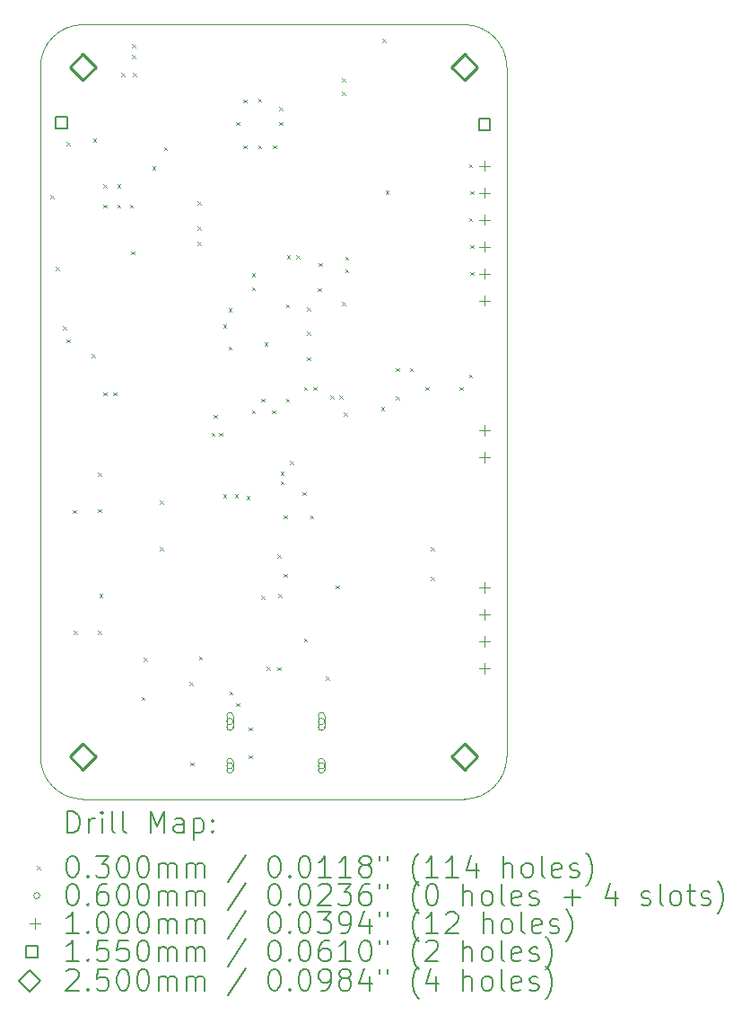
<source format=gbr>
%TF.GenerationSoftware,KiCad,Pcbnew,7.0.9*%
%TF.CreationDate,2024-01-11T22:44:25+01:00*%
%TF.ProjectId,CameraV1,43616d65-7261-4563-912e-6b696361645f,rev?*%
%TF.SameCoordinates,Original*%
%TF.FileFunction,Drillmap*%
%TF.FilePolarity,Positive*%
%FSLAX45Y45*%
G04 Gerber Fmt 4.5, Leading zero omitted, Abs format (unit mm)*
G04 Created by KiCad (PCBNEW 7.0.9) date 2024-01-11 22:44:25*
%MOMM*%
%LPD*%
G01*
G04 APERTURE LIST*
%ADD10C,0.100000*%
%ADD11C,0.200000*%
%ADD12C,0.155000*%
%ADD13C,0.250000*%
G04 APERTURE END LIST*
D10*
X13500000Y-13000000D02*
G75*
G03*
X13900000Y-12600000I0J400000D01*
G01*
X13900000Y-6100000D02*
G75*
G03*
X13500000Y-5700000I-400000J0D01*
G01*
X9500000Y-6100000D02*
X9500000Y-12600000D01*
X13900000Y-12600000D02*
X13900000Y-6100000D01*
X9900000Y-13000000D02*
X13500000Y-13000000D01*
X9900000Y-5700000D02*
G75*
G03*
X9500000Y-6100000I0J-400000D01*
G01*
X9500000Y-12600000D02*
G75*
G03*
X9900000Y-13000000I400000J0D01*
G01*
X13500000Y-5700000D02*
X9900000Y-5700000D01*
D11*
D10*
X9595000Y-7305000D02*
X9625000Y-7335000D01*
X9625000Y-7305000D02*
X9595000Y-7335000D01*
X9645000Y-7985000D02*
X9675000Y-8015000D01*
X9675000Y-7985000D02*
X9645000Y-8015000D01*
X9715000Y-8545000D02*
X9745000Y-8575000D01*
X9745000Y-8545000D02*
X9715000Y-8575000D01*
X9745000Y-6805000D02*
X9775000Y-6835000D01*
X9775000Y-6805000D02*
X9745000Y-6835000D01*
X9745000Y-8665000D02*
X9775000Y-8695000D01*
X9775000Y-8665000D02*
X9745000Y-8695000D01*
X9805000Y-10275000D02*
X9835000Y-10305000D01*
X9835000Y-10275000D02*
X9805000Y-10305000D01*
X9815000Y-11415000D02*
X9845000Y-11445000D01*
X9845000Y-11415000D02*
X9815000Y-11445000D01*
X9985000Y-8805000D02*
X10015000Y-8835000D01*
X10015000Y-8805000D02*
X9985000Y-8835000D01*
X9995000Y-6775000D02*
X10025000Y-6805000D01*
X10025000Y-6775000D02*
X9995000Y-6805000D01*
X10045000Y-9925000D02*
X10075000Y-9955000D01*
X10075000Y-9925000D02*
X10045000Y-9955000D01*
X10045000Y-10265000D02*
X10075000Y-10295000D01*
X10075000Y-10265000D02*
X10045000Y-10295000D01*
X10045000Y-11415000D02*
X10075000Y-11445000D01*
X10075000Y-11415000D02*
X10045000Y-11445000D01*
X10055000Y-11065000D02*
X10085000Y-11095000D01*
X10085000Y-11065000D02*
X10055000Y-11095000D01*
X10095000Y-7205000D02*
X10125000Y-7235000D01*
X10125000Y-7205000D02*
X10095000Y-7235000D01*
X10095000Y-7395000D02*
X10125000Y-7425000D01*
X10125000Y-7395000D02*
X10095000Y-7425000D01*
X10095000Y-9165000D02*
X10125000Y-9195000D01*
X10125000Y-9165000D02*
X10095000Y-9195000D01*
X10185000Y-9165000D02*
X10215000Y-9195000D01*
X10215000Y-9165000D02*
X10185000Y-9195000D01*
X10225000Y-7205000D02*
X10255000Y-7235000D01*
X10255000Y-7205000D02*
X10225000Y-7235000D01*
X10225000Y-7395000D02*
X10255000Y-7425000D01*
X10255000Y-7395000D02*
X10225000Y-7425000D01*
X10265000Y-6155000D02*
X10295000Y-6185000D01*
X10295000Y-6155000D02*
X10265000Y-6185000D01*
X10345000Y-7395000D02*
X10375000Y-7425000D01*
X10375000Y-7395000D02*
X10345000Y-7425000D01*
X10355000Y-7835000D02*
X10385000Y-7865000D01*
X10385000Y-7835000D02*
X10355000Y-7865000D01*
X10365000Y-5885000D02*
X10395000Y-5915000D01*
X10395000Y-5885000D02*
X10365000Y-5915000D01*
X10365000Y-5985000D02*
X10395000Y-6015000D01*
X10395000Y-5985000D02*
X10365000Y-6015000D01*
X10375000Y-6155000D02*
X10405000Y-6185000D01*
X10405000Y-6155000D02*
X10375000Y-6185000D01*
X10455000Y-12035000D02*
X10485000Y-12065000D01*
X10485000Y-12035000D02*
X10455000Y-12065000D01*
X10475000Y-11665000D02*
X10505000Y-11695000D01*
X10505000Y-11665000D02*
X10475000Y-11695000D01*
X10555000Y-7035000D02*
X10585000Y-7065000D01*
X10585000Y-7035000D02*
X10555000Y-7065000D01*
X10625000Y-10185000D02*
X10655000Y-10215000D01*
X10655000Y-10185000D02*
X10625000Y-10215000D01*
X10625000Y-10625000D02*
X10655000Y-10655000D01*
X10655000Y-10625000D02*
X10625000Y-10655000D01*
X10665000Y-6855000D02*
X10695000Y-6885000D01*
X10695000Y-6855000D02*
X10665000Y-6885000D01*
X10905000Y-11895000D02*
X10935000Y-11925000D01*
X10935000Y-11895000D02*
X10905000Y-11925000D01*
X10915000Y-12655000D02*
X10945000Y-12685000D01*
X10945000Y-12655000D02*
X10915000Y-12685000D01*
X10985000Y-7365000D02*
X11015000Y-7395000D01*
X11015000Y-7365000D02*
X10985000Y-7395000D01*
X10985000Y-7605000D02*
X11015000Y-7635000D01*
X11015000Y-7605000D02*
X10985000Y-7635000D01*
X10985000Y-7745000D02*
X11015000Y-7775000D01*
X11015000Y-7745000D02*
X10985000Y-7775000D01*
X10995000Y-11655000D02*
X11025000Y-11685000D01*
X11025000Y-11655000D02*
X10995000Y-11685000D01*
X11115000Y-9545000D02*
X11145000Y-9575000D01*
X11145000Y-9545000D02*
X11115000Y-9575000D01*
X11135000Y-9375000D02*
X11165000Y-9405000D01*
X11165000Y-9375000D02*
X11135000Y-9405000D01*
X11185000Y-9545000D02*
X11215000Y-9575000D01*
X11215000Y-9545000D02*
X11185000Y-9575000D01*
X11225000Y-8525000D02*
X11255000Y-8555000D01*
X11255000Y-8525000D02*
X11225000Y-8555000D01*
X11225000Y-10125000D02*
X11255000Y-10155000D01*
X11255000Y-10125000D02*
X11225000Y-10155000D01*
X11275000Y-8375000D02*
X11305000Y-8405000D01*
X11305000Y-8375000D02*
X11275000Y-8405000D01*
X11275000Y-8735000D02*
X11305000Y-8765000D01*
X11305000Y-8735000D02*
X11275000Y-8765000D01*
X11285000Y-11985000D02*
X11315000Y-12015000D01*
X11315000Y-11985000D02*
X11285000Y-12015000D01*
X11335000Y-10125000D02*
X11365000Y-10155000D01*
X11365000Y-10125000D02*
X11335000Y-10155000D01*
X11345000Y-6615000D02*
X11375000Y-6645000D01*
X11375000Y-6615000D02*
X11345000Y-6645000D01*
X11345000Y-12095000D02*
X11375000Y-12125000D01*
X11375000Y-12095000D02*
X11345000Y-12125000D01*
X11415000Y-6405000D02*
X11445000Y-6435000D01*
X11445000Y-6405000D02*
X11415000Y-6435000D01*
X11415000Y-6835000D02*
X11445000Y-6865000D01*
X11445000Y-6835000D02*
X11415000Y-6865000D01*
X11445000Y-10145000D02*
X11475000Y-10175000D01*
X11475000Y-10145000D02*
X11445000Y-10175000D01*
X11465000Y-12325000D02*
X11495000Y-12355000D01*
X11495000Y-12325000D02*
X11465000Y-12355000D01*
X11465000Y-12585000D02*
X11495000Y-12615000D01*
X11495000Y-12585000D02*
X11465000Y-12615000D01*
X11495000Y-8045000D02*
X11525000Y-8075000D01*
X11525000Y-8045000D02*
X11495000Y-8075000D01*
X11495000Y-8175000D02*
X11525000Y-8205000D01*
X11525000Y-8175000D02*
X11495000Y-8205000D01*
X11495000Y-9335000D02*
X11525000Y-9365000D01*
X11525000Y-9335000D02*
X11495000Y-9365000D01*
X11555000Y-6395000D02*
X11585000Y-6425000D01*
X11585000Y-6395000D02*
X11555000Y-6425000D01*
X11555000Y-6835000D02*
X11585000Y-6865000D01*
X11585000Y-6835000D02*
X11555000Y-6865000D01*
X11585000Y-9225000D02*
X11615000Y-9255000D01*
X11615000Y-9225000D02*
X11585000Y-9255000D01*
X11585000Y-11085000D02*
X11615000Y-11115000D01*
X11615000Y-11085000D02*
X11585000Y-11115000D01*
X11615000Y-8695000D02*
X11645000Y-8725000D01*
X11645000Y-8695000D02*
X11615000Y-8725000D01*
X11635000Y-11750000D02*
X11665000Y-11780000D01*
X11665000Y-11750000D02*
X11635000Y-11780000D01*
X11685000Y-9335000D02*
X11715000Y-9365000D01*
X11715000Y-9335000D02*
X11685000Y-9365000D01*
X11695000Y-6835000D02*
X11725000Y-6865000D01*
X11725000Y-6835000D02*
X11695000Y-6865000D01*
X11735000Y-10695000D02*
X11765000Y-10725000D01*
X11765000Y-10695000D02*
X11735000Y-10725000D01*
X11735000Y-11755000D02*
X11765000Y-11785000D01*
X11765000Y-11755000D02*
X11735000Y-11785000D01*
X11745000Y-11065000D02*
X11775000Y-11095000D01*
X11775000Y-11065000D02*
X11745000Y-11095000D01*
X11755000Y-6475000D02*
X11785000Y-6505000D01*
X11785000Y-6475000D02*
X11755000Y-6505000D01*
X11755000Y-6615000D02*
X11785000Y-6645000D01*
X11785000Y-6615000D02*
X11755000Y-6645000D01*
X11765000Y-9915000D02*
X11795000Y-9945000D01*
X11795000Y-9915000D02*
X11765000Y-9945000D01*
X11765000Y-10005000D02*
X11795000Y-10035000D01*
X11795000Y-10005000D02*
X11765000Y-10035000D01*
X11795000Y-10325000D02*
X11825000Y-10355000D01*
X11825000Y-10325000D02*
X11795000Y-10355000D01*
X11795000Y-10875000D02*
X11825000Y-10905000D01*
X11825000Y-10875000D02*
X11795000Y-10905000D01*
X11815000Y-8335000D02*
X11845000Y-8365000D01*
X11845000Y-8335000D02*
X11815000Y-8365000D01*
X11815000Y-9225000D02*
X11845000Y-9255000D01*
X11845000Y-9225000D02*
X11815000Y-9255000D01*
X11825000Y-7875000D02*
X11855000Y-7905000D01*
X11855000Y-7875000D02*
X11825000Y-7905000D01*
X11855000Y-9815000D02*
X11885000Y-9845000D01*
X11885000Y-9815000D02*
X11855000Y-9845000D01*
X11915000Y-7875000D02*
X11945000Y-7905000D01*
X11945000Y-7875000D02*
X11915000Y-7905000D01*
X11975000Y-10105000D02*
X12005000Y-10135000D01*
X12005000Y-10105000D02*
X11975000Y-10135000D01*
X11985000Y-9115000D02*
X12015000Y-9145000D01*
X12015000Y-9115000D02*
X11985000Y-9145000D01*
X11985000Y-11485000D02*
X12015000Y-11515000D01*
X12015000Y-11485000D02*
X11985000Y-11515000D01*
X12015000Y-8365000D02*
X12045000Y-8395000D01*
X12045000Y-8365000D02*
X12015000Y-8395000D01*
X12015000Y-8595000D02*
X12045000Y-8625000D01*
X12045000Y-8595000D02*
X12015000Y-8625000D01*
X12015000Y-8835000D02*
X12045000Y-8865000D01*
X12045000Y-8835000D02*
X12015000Y-8865000D01*
X12045000Y-10325000D02*
X12075000Y-10355000D01*
X12075000Y-10325000D02*
X12045000Y-10355000D01*
X12075000Y-9115000D02*
X12105000Y-9145000D01*
X12105000Y-9115000D02*
X12075000Y-9145000D01*
X12115000Y-8185000D02*
X12145000Y-8215000D01*
X12145000Y-8185000D02*
X12115000Y-8215000D01*
X12125000Y-7945000D02*
X12155000Y-7975000D01*
X12155000Y-7945000D02*
X12125000Y-7975000D01*
X12195000Y-11845000D02*
X12225000Y-11875000D01*
X12225000Y-11845000D02*
X12195000Y-11875000D01*
X12235000Y-9195000D02*
X12265000Y-9225000D01*
X12265000Y-9195000D02*
X12235000Y-9225000D01*
X12285000Y-10985000D02*
X12315000Y-11015000D01*
X12315000Y-10985000D02*
X12285000Y-11015000D01*
X12322450Y-9195000D02*
X12352450Y-9225000D01*
X12352450Y-9195000D02*
X12322450Y-9225000D01*
X12345000Y-6205000D02*
X12375000Y-6235000D01*
X12375000Y-6205000D02*
X12345000Y-6235000D01*
X12345000Y-6335000D02*
X12375000Y-6365000D01*
X12375000Y-6335000D02*
X12345000Y-6365000D01*
X12345000Y-8315000D02*
X12375000Y-8345000D01*
X12375000Y-8315000D02*
X12345000Y-8345000D01*
X12365000Y-9355000D02*
X12395000Y-9385000D01*
X12395000Y-9355000D02*
X12365000Y-9385000D01*
X12375000Y-7885000D02*
X12405000Y-7915000D01*
X12405000Y-7885000D02*
X12375000Y-7915000D01*
X12375000Y-8005000D02*
X12405000Y-8035000D01*
X12405000Y-8005000D02*
X12375000Y-8035000D01*
X12715000Y-9305000D02*
X12745000Y-9335000D01*
X12745000Y-9305000D02*
X12715000Y-9335000D01*
X12725000Y-5835000D02*
X12755000Y-5865000D01*
X12755000Y-5835000D02*
X12725000Y-5865000D01*
X12755000Y-7265000D02*
X12785000Y-7295000D01*
X12785000Y-7265000D02*
X12755000Y-7295000D01*
X12855000Y-8935000D02*
X12885000Y-8965000D01*
X12885000Y-8935000D02*
X12855000Y-8965000D01*
X12855000Y-9205000D02*
X12885000Y-9235000D01*
X12885000Y-9205000D02*
X12855000Y-9235000D01*
X12985000Y-8935000D02*
X13015000Y-8965000D01*
X13015000Y-8935000D02*
X12985000Y-8965000D01*
X13135000Y-9115000D02*
X13165000Y-9145000D01*
X13165000Y-9115000D02*
X13135000Y-9145000D01*
X13185000Y-10625000D02*
X13215000Y-10655000D01*
X13215000Y-10625000D02*
X13185000Y-10655000D01*
X13185000Y-10905000D02*
X13215000Y-10935000D01*
X13215000Y-10905000D02*
X13185000Y-10935000D01*
X13455000Y-9115000D02*
X13485000Y-9145000D01*
X13485000Y-9115000D02*
X13455000Y-9145000D01*
X13545000Y-7015000D02*
X13575000Y-7045000D01*
X13575000Y-7015000D02*
X13545000Y-7045000D01*
X13545000Y-7523000D02*
X13575000Y-7553000D01*
X13575000Y-7523000D02*
X13545000Y-7553000D01*
X13545000Y-8995000D02*
X13575000Y-9025000D01*
X13575000Y-8995000D02*
X13545000Y-9025000D01*
X13555000Y-7269000D02*
X13585000Y-7299000D01*
X13585000Y-7269000D02*
X13555000Y-7299000D01*
X13555000Y-7775000D02*
X13585000Y-7805000D01*
X13585000Y-7775000D02*
X13555000Y-7805000D01*
X13555000Y-8031000D02*
X13585000Y-8061000D01*
X13585000Y-8031000D02*
X13555000Y-8061000D01*
X11318000Y-12267500D02*
G75*
G03*
X11318000Y-12267500I-30000J0D01*
G01*
X11258000Y-12212500D02*
X11258000Y-12322500D01*
X11258000Y-12322500D02*
G75*
G03*
X11318000Y-12322500I30000J0D01*
G01*
X11318000Y-12322500D02*
X11318000Y-12212500D01*
X11318000Y-12212500D02*
G75*
G03*
X11258000Y-12212500I-30000J0D01*
G01*
X11318000Y-12685500D02*
G75*
G03*
X11318000Y-12685500I-30000J0D01*
G01*
X11258000Y-12645500D02*
X11258000Y-12725500D01*
X11258000Y-12725500D02*
G75*
G03*
X11318000Y-12725500I30000J0D01*
G01*
X11318000Y-12725500D02*
X11318000Y-12645500D01*
X11318000Y-12645500D02*
G75*
G03*
X11258000Y-12645500I-30000J0D01*
G01*
X12182000Y-12267500D02*
G75*
G03*
X12182000Y-12267500I-30000J0D01*
G01*
X12122000Y-12212500D02*
X12122000Y-12322500D01*
X12122000Y-12322500D02*
G75*
G03*
X12182000Y-12322500I30000J0D01*
G01*
X12182000Y-12322500D02*
X12182000Y-12212500D01*
X12182000Y-12212500D02*
G75*
G03*
X12122000Y-12212500I-30000J0D01*
G01*
X12182000Y-12685500D02*
G75*
G03*
X12182000Y-12685500I-30000J0D01*
G01*
X12122000Y-12645500D02*
X12122000Y-12725500D01*
X12122000Y-12725500D02*
G75*
G03*
X12182000Y-12725500I30000J0D01*
G01*
X12182000Y-12725500D02*
X12182000Y-12645500D01*
X12182000Y-12645500D02*
G75*
G03*
X12122000Y-12645500I-30000J0D01*
G01*
X13690000Y-6980000D02*
X13690000Y-7080000D01*
X13640000Y-7030000D02*
X13740000Y-7030000D01*
X13690000Y-7234000D02*
X13690000Y-7334000D01*
X13640000Y-7284000D02*
X13740000Y-7284000D01*
X13690000Y-7488000D02*
X13690000Y-7588000D01*
X13640000Y-7538000D02*
X13740000Y-7538000D01*
X13690000Y-7742000D02*
X13690000Y-7842000D01*
X13640000Y-7792000D02*
X13740000Y-7792000D01*
X13690000Y-7996000D02*
X13690000Y-8096000D01*
X13640000Y-8046000D02*
X13740000Y-8046000D01*
X13690000Y-8250000D02*
X13690000Y-8350000D01*
X13640000Y-8300000D02*
X13740000Y-8300000D01*
X13690000Y-9473500D02*
X13690000Y-9573500D01*
X13640000Y-9523500D02*
X13740000Y-9523500D01*
X13690000Y-9727500D02*
X13690000Y-9827500D01*
X13640000Y-9777500D02*
X13740000Y-9777500D01*
X13690000Y-10958000D02*
X13690000Y-11058000D01*
X13640000Y-11008000D02*
X13740000Y-11008000D01*
X13690000Y-11212000D02*
X13690000Y-11312000D01*
X13640000Y-11262000D02*
X13740000Y-11262000D01*
X13690000Y-11466000D02*
X13690000Y-11566000D01*
X13640000Y-11516000D02*
X13740000Y-11516000D01*
X13690000Y-11720000D02*
X13690000Y-11820000D01*
X13640000Y-11770000D02*
X13740000Y-11770000D01*
D12*
X9754801Y-6674801D02*
X9754801Y-6565199D01*
X9645199Y-6565199D01*
X9645199Y-6674801D01*
X9754801Y-6674801D01*
X13744801Y-6694801D02*
X13744801Y-6585199D01*
X13635199Y-6585199D01*
X13635199Y-6694801D01*
X13744801Y-6694801D01*
D13*
X9900000Y-6225000D02*
X10025000Y-6100000D01*
X9900000Y-5975000D01*
X9775000Y-6100000D01*
X9900000Y-6225000D01*
X9900000Y-12725000D02*
X10025000Y-12600000D01*
X9900000Y-12475000D01*
X9775000Y-12600000D01*
X9900000Y-12725000D01*
X13500000Y-6225000D02*
X13625000Y-6100000D01*
X13500000Y-5975000D01*
X13375000Y-6100000D01*
X13500000Y-6225000D01*
X13500000Y-12725000D02*
X13625000Y-12600000D01*
X13500000Y-12475000D01*
X13375000Y-12600000D01*
X13500000Y-12725000D01*
D11*
X9755777Y-13316484D02*
X9755777Y-13116484D01*
X9755777Y-13116484D02*
X9803396Y-13116484D01*
X9803396Y-13116484D02*
X9831967Y-13126008D01*
X9831967Y-13126008D02*
X9851015Y-13145055D01*
X9851015Y-13145055D02*
X9860539Y-13164103D01*
X9860539Y-13164103D02*
X9870063Y-13202198D01*
X9870063Y-13202198D02*
X9870063Y-13230769D01*
X9870063Y-13230769D02*
X9860539Y-13268865D01*
X9860539Y-13268865D02*
X9851015Y-13287912D01*
X9851015Y-13287912D02*
X9831967Y-13306960D01*
X9831967Y-13306960D02*
X9803396Y-13316484D01*
X9803396Y-13316484D02*
X9755777Y-13316484D01*
X9955777Y-13316484D02*
X9955777Y-13183150D01*
X9955777Y-13221246D02*
X9965301Y-13202198D01*
X9965301Y-13202198D02*
X9974824Y-13192674D01*
X9974824Y-13192674D02*
X9993872Y-13183150D01*
X9993872Y-13183150D02*
X10012920Y-13183150D01*
X10079586Y-13316484D02*
X10079586Y-13183150D01*
X10079586Y-13116484D02*
X10070063Y-13126008D01*
X10070063Y-13126008D02*
X10079586Y-13135531D01*
X10079586Y-13135531D02*
X10089110Y-13126008D01*
X10089110Y-13126008D02*
X10079586Y-13116484D01*
X10079586Y-13116484D02*
X10079586Y-13135531D01*
X10203396Y-13316484D02*
X10184348Y-13306960D01*
X10184348Y-13306960D02*
X10174824Y-13287912D01*
X10174824Y-13287912D02*
X10174824Y-13116484D01*
X10308158Y-13316484D02*
X10289110Y-13306960D01*
X10289110Y-13306960D02*
X10279586Y-13287912D01*
X10279586Y-13287912D02*
X10279586Y-13116484D01*
X10536729Y-13316484D02*
X10536729Y-13116484D01*
X10536729Y-13116484D02*
X10603396Y-13259341D01*
X10603396Y-13259341D02*
X10670063Y-13116484D01*
X10670063Y-13116484D02*
X10670063Y-13316484D01*
X10851015Y-13316484D02*
X10851015Y-13211722D01*
X10851015Y-13211722D02*
X10841491Y-13192674D01*
X10841491Y-13192674D02*
X10822444Y-13183150D01*
X10822444Y-13183150D02*
X10784348Y-13183150D01*
X10784348Y-13183150D02*
X10765301Y-13192674D01*
X10851015Y-13306960D02*
X10831967Y-13316484D01*
X10831967Y-13316484D02*
X10784348Y-13316484D01*
X10784348Y-13316484D02*
X10765301Y-13306960D01*
X10765301Y-13306960D02*
X10755777Y-13287912D01*
X10755777Y-13287912D02*
X10755777Y-13268865D01*
X10755777Y-13268865D02*
X10765301Y-13249817D01*
X10765301Y-13249817D02*
X10784348Y-13240293D01*
X10784348Y-13240293D02*
X10831967Y-13240293D01*
X10831967Y-13240293D02*
X10851015Y-13230769D01*
X10946253Y-13183150D02*
X10946253Y-13383150D01*
X10946253Y-13192674D02*
X10965301Y-13183150D01*
X10965301Y-13183150D02*
X11003396Y-13183150D01*
X11003396Y-13183150D02*
X11022444Y-13192674D01*
X11022444Y-13192674D02*
X11031967Y-13202198D01*
X11031967Y-13202198D02*
X11041491Y-13221246D01*
X11041491Y-13221246D02*
X11041491Y-13278388D01*
X11041491Y-13278388D02*
X11031967Y-13297436D01*
X11031967Y-13297436D02*
X11022444Y-13306960D01*
X11022444Y-13306960D02*
X11003396Y-13316484D01*
X11003396Y-13316484D02*
X10965301Y-13316484D01*
X10965301Y-13316484D02*
X10946253Y-13306960D01*
X11127205Y-13297436D02*
X11136729Y-13306960D01*
X11136729Y-13306960D02*
X11127205Y-13316484D01*
X11127205Y-13316484D02*
X11117682Y-13306960D01*
X11117682Y-13306960D02*
X11127205Y-13297436D01*
X11127205Y-13297436D02*
X11127205Y-13316484D01*
X11127205Y-13192674D02*
X11136729Y-13202198D01*
X11136729Y-13202198D02*
X11127205Y-13211722D01*
X11127205Y-13211722D02*
X11117682Y-13202198D01*
X11117682Y-13202198D02*
X11127205Y-13192674D01*
X11127205Y-13192674D02*
X11127205Y-13211722D01*
D10*
X9465000Y-13630000D02*
X9495000Y-13660000D01*
X9495000Y-13630000D02*
X9465000Y-13660000D01*
D11*
X9793872Y-13536484D02*
X9812920Y-13536484D01*
X9812920Y-13536484D02*
X9831967Y-13546008D01*
X9831967Y-13546008D02*
X9841491Y-13555531D01*
X9841491Y-13555531D02*
X9851015Y-13574579D01*
X9851015Y-13574579D02*
X9860539Y-13612674D01*
X9860539Y-13612674D02*
X9860539Y-13660293D01*
X9860539Y-13660293D02*
X9851015Y-13698388D01*
X9851015Y-13698388D02*
X9841491Y-13717436D01*
X9841491Y-13717436D02*
X9831967Y-13726960D01*
X9831967Y-13726960D02*
X9812920Y-13736484D01*
X9812920Y-13736484D02*
X9793872Y-13736484D01*
X9793872Y-13736484D02*
X9774824Y-13726960D01*
X9774824Y-13726960D02*
X9765301Y-13717436D01*
X9765301Y-13717436D02*
X9755777Y-13698388D01*
X9755777Y-13698388D02*
X9746253Y-13660293D01*
X9746253Y-13660293D02*
X9746253Y-13612674D01*
X9746253Y-13612674D02*
X9755777Y-13574579D01*
X9755777Y-13574579D02*
X9765301Y-13555531D01*
X9765301Y-13555531D02*
X9774824Y-13546008D01*
X9774824Y-13546008D02*
X9793872Y-13536484D01*
X9946253Y-13717436D02*
X9955777Y-13726960D01*
X9955777Y-13726960D02*
X9946253Y-13736484D01*
X9946253Y-13736484D02*
X9936729Y-13726960D01*
X9936729Y-13726960D02*
X9946253Y-13717436D01*
X9946253Y-13717436D02*
X9946253Y-13736484D01*
X10022444Y-13536484D02*
X10146253Y-13536484D01*
X10146253Y-13536484D02*
X10079586Y-13612674D01*
X10079586Y-13612674D02*
X10108158Y-13612674D01*
X10108158Y-13612674D02*
X10127205Y-13622198D01*
X10127205Y-13622198D02*
X10136729Y-13631722D01*
X10136729Y-13631722D02*
X10146253Y-13650769D01*
X10146253Y-13650769D02*
X10146253Y-13698388D01*
X10146253Y-13698388D02*
X10136729Y-13717436D01*
X10136729Y-13717436D02*
X10127205Y-13726960D01*
X10127205Y-13726960D02*
X10108158Y-13736484D01*
X10108158Y-13736484D02*
X10051015Y-13736484D01*
X10051015Y-13736484D02*
X10031967Y-13726960D01*
X10031967Y-13726960D02*
X10022444Y-13717436D01*
X10270063Y-13536484D02*
X10289110Y-13536484D01*
X10289110Y-13536484D02*
X10308158Y-13546008D01*
X10308158Y-13546008D02*
X10317682Y-13555531D01*
X10317682Y-13555531D02*
X10327205Y-13574579D01*
X10327205Y-13574579D02*
X10336729Y-13612674D01*
X10336729Y-13612674D02*
X10336729Y-13660293D01*
X10336729Y-13660293D02*
X10327205Y-13698388D01*
X10327205Y-13698388D02*
X10317682Y-13717436D01*
X10317682Y-13717436D02*
X10308158Y-13726960D01*
X10308158Y-13726960D02*
X10289110Y-13736484D01*
X10289110Y-13736484D02*
X10270063Y-13736484D01*
X10270063Y-13736484D02*
X10251015Y-13726960D01*
X10251015Y-13726960D02*
X10241491Y-13717436D01*
X10241491Y-13717436D02*
X10231967Y-13698388D01*
X10231967Y-13698388D02*
X10222444Y-13660293D01*
X10222444Y-13660293D02*
X10222444Y-13612674D01*
X10222444Y-13612674D02*
X10231967Y-13574579D01*
X10231967Y-13574579D02*
X10241491Y-13555531D01*
X10241491Y-13555531D02*
X10251015Y-13546008D01*
X10251015Y-13546008D02*
X10270063Y-13536484D01*
X10460539Y-13536484D02*
X10479586Y-13536484D01*
X10479586Y-13536484D02*
X10498634Y-13546008D01*
X10498634Y-13546008D02*
X10508158Y-13555531D01*
X10508158Y-13555531D02*
X10517682Y-13574579D01*
X10517682Y-13574579D02*
X10527205Y-13612674D01*
X10527205Y-13612674D02*
X10527205Y-13660293D01*
X10527205Y-13660293D02*
X10517682Y-13698388D01*
X10517682Y-13698388D02*
X10508158Y-13717436D01*
X10508158Y-13717436D02*
X10498634Y-13726960D01*
X10498634Y-13726960D02*
X10479586Y-13736484D01*
X10479586Y-13736484D02*
X10460539Y-13736484D01*
X10460539Y-13736484D02*
X10441491Y-13726960D01*
X10441491Y-13726960D02*
X10431967Y-13717436D01*
X10431967Y-13717436D02*
X10422444Y-13698388D01*
X10422444Y-13698388D02*
X10412920Y-13660293D01*
X10412920Y-13660293D02*
X10412920Y-13612674D01*
X10412920Y-13612674D02*
X10422444Y-13574579D01*
X10422444Y-13574579D02*
X10431967Y-13555531D01*
X10431967Y-13555531D02*
X10441491Y-13546008D01*
X10441491Y-13546008D02*
X10460539Y-13536484D01*
X10612920Y-13736484D02*
X10612920Y-13603150D01*
X10612920Y-13622198D02*
X10622444Y-13612674D01*
X10622444Y-13612674D02*
X10641491Y-13603150D01*
X10641491Y-13603150D02*
X10670063Y-13603150D01*
X10670063Y-13603150D02*
X10689110Y-13612674D01*
X10689110Y-13612674D02*
X10698634Y-13631722D01*
X10698634Y-13631722D02*
X10698634Y-13736484D01*
X10698634Y-13631722D02*
X10708158Y-13612674D01*
X10708158Y-13612674D02*
X10727205Y-13603150D01*
X10727205Y-13603150D02*
X10755777Y-13603150D01*
X10755777Y-13603150D02*
X10774825Y-13612674D01*
X10774825Y-13612674D02*
X10784348Y-13631722D01*
X10784348Y-13631722D02*
X10784348Y-13736484D01*
X10879586Y-13736484D02*
X10879586Y-13603150D01*
X10879586Y-13622198D02*
X10889110Y-13612674D01*
X10889110Y-13612674D02*
X10908158Y-13603150D01*
X10908158Y-13603150D02*
X10936729Y-13603150D01*
X10936729Y-13603150D02*
X10955777Y-13612674D01*
X10955777Y-13612674D02*
X10965301Y-13631722D01*
X10965301Y-13631722D02*
X10965301Y-13736484D01*
X10965301Y-13631722D02*
X10974825Y-13612674D01*
X10974825Y-13612674D02*
X10993872Y-13603150D01*
X10993872Y-13603150D02*
X11022444Y-13603150D01*
X11022444Y-13603150D02*
X11041491Y-13612674D01*
X11041491Y-13612674D02*
X11051015Y-13631722D01*
X11051015Y-13631722D02*
X11051015Y-13736484D01*
X11441491Y-13526960D02*
X11270063Y-13784103D01*
X11698634Y-13536484D02*
X11717682Y-13536484D01*
X11717682Y-13536484D02*
X11736729Y-13546008D01*
X11736729Y-13546008D02*
X11746253Y-13555531D01*
X11746253Y-13555531D02*
X11755777Y-13574579D01*
X11755777Y-13574579D02*
X11765301Y-13612674D01*
X11765301Y-13612674D02*
X11765301Y-13660293D01*
X11765301Y-13660293D02*
X11755777Y-13698388D01*
X11755777Y-13698388D02*
X11746253Y-13717436D01*
X11746253Y-13717436D02*
X11736729Y-13726960D01*
X11736729Y-13726960D02*
X11717682Y-13736484D01*
X11717682Y-13736484D02*
X11698634Y-13736484D01*
X11698634Y-13736484D02*
X11679586Y-13726960D01*
X11679586Y-13726960D02*
X11670063Y-13717436D01*
X11670063Y-13717436D02*
X11660539Y-13698388D01*
X11660539Y-13698388D02*
X11651015Y-13660293D01*
X11651015Y-13660293D02*
X11651015Y-13612674D01*
X11651015Y-13612674D02*
X11660539Y-13574579D01*
X11660539Y-13574579D02*
X11670063Y-13555531D01*
X11670063Y-13555531D02*
X11679586Y-13546008D01*
X11679586Y-13546008D02*
X11698634Y-13536484D01*
X11851015Y-13717436D02*
X11860539Y-13726960D01*
X11860539Y-13726960D02*
X11851015Y-13736484D01*
X11851015Y-13736484D02*
X11841491Y-13726960D01*
X11841491Y-13726960D02*
X11851015Y-13717436D01*
X11851015Y-13717436D02*
X11851015Y-13736484D01*
X11984348Y-13536484D02*
X12003396Y-13536484D01*
X12003396Y-13536484D02*
X12022444Y-13546008D01*
X12022444Y-13546008D02*
X12031967Y-13555531D01*
X12031967Y-13555531D02*
X12041491Y-13574579D01*
X12041491Y-13574579D02*
X12051015Y-13612674D01*
X12051015Y-13612674D02*
X12051015Y-13660293D01*
X12051015Y-13660293D02*
X12041491Y-13698388D01*
X12041491Y-13698388D02*
X12031967Y-13717436D01*
X12031967Y-13717436D02*
X12022444Y-13726960D01*
X12022444Y-13726960D02*
X12003396Y-13736484D01*
X12003396Y-13736484D02*
X11984348Y-13736484D01*
X11984348Y-13736484D02*
X11965301Y-13726960D01*
X11965301Y-13726960D02*
X11955777Y-13717436D01*
X11955777Y-13717436D02*
X11946253Y-13698388D01*
X11946253Y-13698388D02*
X11936729Y-13660293D01*
X11936729Y-13660293D02*
X11936729Y-13612674D01*
X11936729Y-13612674D02*
X11946253Y-13574579D01*
X11946253Y-13574579D02*
X11955777Y-13555531D01*
X11955777Y-13555531D02*
X11965301Y-13546008D01*
X11965301Y-13546008D02*
X11984348Y-13536484D01*
X12241491Y-13736484D02*
X12127206Y-13736484D01*
X12184348Y-13736484D02*
X12184348Y-13536484D01*
X12184348Y-13536484D02*
X12165301Y-13565055D01*
X12165301Y-13565055D02*
X12146253Y-13584103D01*
X12146253Y-13584103D02*
X12127206Y-13593627D01*
X12431967Y-13736484D02*
X12317682Y-13736484D01*
X12374825Y-13736484D02*
X12374825Y-13536484D01*
X12374825Y-13536484D02*
X12355777Y-13565055D01*
X12355777Y-13565055D02*
X12336729Y-13584103D01*
X12336729Y-13584103D02*
X12317682Y-13593627D01*
X12546253Y-13622198D02*
X12527206Y-13612674D01*
X12527206Y-13612674D02*
X12517682Y-13603150D01*
X12517682Y-13603150D02*
X12508158Y-13584103D01*
X12508158Y-13584103D02*
X12508158Y-13574579D01*
X12508158Y-13574579D02*
X12517682Y-13555531D01*
X12517682Y-13555531D02*
X12527206Y-13546008D01*
X12527206Y-13546008D02*
X12546253Y-13536484D01*
X12546253Y-13536484D02*
X12584348Y-13536484D01*
X12584348Y-13536484D02*
X12603396Y-13546008D01*
X12603396Y-13546008D02*
X12612920Y-13555531D01*
X12612920Y-13555531D02*
X12622444Y-13574579D01*
X12622444Y-13574579D02*
X12622444Y-13584103D01*
X12622444Y-13584103D02*
X12612920Y-13603150D01*
X12612920Y-13603150D02*
X12603396Y-13612674D01*
X12603396Y-13612674D02*
X12584348Y-13622198D01*
X12584348Y-13622198D02*
X12546253Y-13622198D01*
X12546253Y-13622198D02*
X12527206Y-13631722D01*
X12527206Y-13631722D02*
X12517682Y-13641246D01*
X12517682Y-13641246D02*
X12508158Y-13660293D01*
X12508158Y-13660293D02*
X12508158Y-13698388D01*
X12508158Y-13698388D02*
X12517682Y-13717436D01*
X12517682Y-13717436D02*
X12527206Y-13726960D01*
X12527206Y-13726960D02*
X12546253Y-13736484D01*
X12546253Y-13736484D02*
X12584348Y-13736484D01*
X12584348Y-13736484D02*
X12603396Y-13726960D01*
X12603396Y-13726960D02*
X12612920Y-13717436D01*
X12612920Y-13717436D02*
X12622444Y-13698388D01*
X12622444Y-13698388D02*
X12622444Y-13660293D01*
X12622444Y-13660293D02*
X12612920Y-13641246D01*
X12612920Y-13641246D02*
X12603396Y-13631722D01*
X12603396Y-13631722D02*
X12584348Y-13622198D01*
X12698634Y-13536484D02*
X12698634Y-13574579D01*
X12774825Y-13536484D02*
X12774825Y-13574579D01*
X13070063Y-13812674D02*
X13060539Y-13803150D01*
X13060539Y-13803150D02*
X13041491Y-13774579D01*
X13041491Y-13774579D02*
X13031968Y-13755531D01*
X13031968Y-13755531D02*
X13022444Y-13726960D01*
X13022444Y-13726960D02*
X13012920Y-13679341D01*
X13012920Y-13679341D02*
X13012920Y-13641246D01*
X13012920Y-13641246D02*
X13022444Y-13593627D01*
X13022444Y-13593627D02*
X13031968Y-13565055D01*
X13031968Y-13565055D02*
X13041491Y-13546008D01*
X13041491Y-13546008D02*
X13060539Y-13517436D01*
X13060539Y-13517436D02*
X13070063Y-13507912D01*
X13251015Y-13736484D02*
X13136729Y-13736484D01*
X13193872Y-13736484D02*
X13193872Y-13536484D01*
X13193872Y-13536484D02*
X13174825Y-13565055D01*
X13174825Y-13565055D02*
X13155777Y-13584103D01*
X13155777Y-13584103D02*
X13136729Y-13593627D01*
X13441491Y-13736484D02*
X13327206Y-13736484D01*
X13384348Y-13736484D02*
X13384348Y-13536484D01*
X13384348Y-13536484D02*
X13365301Y-13565055D01*
X13365301Y-13565055D02*
X13346253Y-13584103D01*
X13346253Y-13584103D02*
X13327206Y-13593627D01*
X13612920Y-13603150D02*
X13612920Y-13736484D01*
X13565301Y-13526960D02*
X13517682Y-13669817D01*
X13517682Y-13669817D02*
X13641491Y-13669817D01*
X13870063Y-13736484D02*
X13870063Y-13536484D01*
X13955777Y-13736484D02*
X13955777Y-13631722D01*
X13955777Y-13631722D02*
X13946253Y-13612674D01*
X13946253Y-13612674D02*
X13927206Y-13603150D01*
X13927206Y-13603150D02*
X13898634Y-13603150D01*
X13898634Y-13603150D02*
X13879587Y-13612674D01*
X13879587Y-13612674D02*
X13870063Y-13622198D01*
X14079587Y-13736484D02*
X14060539Y-13726960D01*
X14060539Y-13726960D02*
X14051015Y-13717436D01*
X14051015Y-13717436D02*
X14041491Y-13698388D01*
X14041491Y-13698388D02*
X14041491Y-13641246D01*
X14041491Y-13641246D02*
X14051015Y-13622198D01*
X14051015Y-13622198D02*
X14060539Y-13612674D01*
X14060539Y-13612674D02*
X14079587Y-13603150D01*
X14079587Y-13603150D02*
X14108158Y-13603150D01*
X14108158Y-13603150D02*
X14127206Y-13612674D01*
X14127206Y-13612674D02*
X14136730Y-13622198D01*
X14136730Y-13622198D02*
X14146253Y-13641246D01*
X14146253Y-13641246D02*
X14146253Y-13698388D01*
X14146253Y-13698388D02*
X14136730Y-13717436D01*
X14136730Y-13717436D02*
X14127206Y-13726960D01*
X14127206Y-13726960D02*
X14108158Y-13736484D01*
X14108158Y-13736484D02*
X14079587Y-13736484D01*
X14260539Y-13736484D02*
X14241491Y-13726960D01*
X14241491Y-13726960D02*
X14231968Y-13707912D01*
X14231968Y-13707912D02*
X14231968Y-13536484D01*
X14412920Y-13726960D02*
X14393872Y-13736484D01*
X14393872Y-13736484D02*
X14355777Y-13736484D01*
X14355777Y-13736484D02*
X14336730Y-13726960D01*
X14336730Y-13726960D02*
X14327206Y-13707912D01*
X14327206Y-13707912D02*
X14327206Y-13631722D01*
X14327206Y-13631722D02*
X14336730Y-13612674D01*
X14336730Y-13612674D02*
X14355777Y-13603150D01*
X14355777Y-13603150D02*
X14393872Y-13603150D01*
X14393872Y-13603150D02*
X14412920Y-13612674D01*
X14412920Y-13612674D02*
X14422444Y-13631722D01*
X14422444Y-13631722D02*
X14422444Y-13650769D01*
X14422444Y-13650769D02*
X14327206Y-13669817D01*
X14498634Y-13726960D02*
X14517682Y-13736484D01*
X14517682Y-13736484D02*
X14555777Y-13736484D01*
X14555777Y-13736484D02*
X14574825Y-13726960D01*
X14574825Y-13726960D02*
X14584349Y-13707912D01*
X14584349Y-13707912D02*
X14584349Y-13698388D01*
X14584349Y-13698388D02*
X14574825Y-13679341D01*
X14574825Y-13679341D02*
X14555777Y-13669817D01*
X14555777Y-13669817D02*
X14527206Y-13669817D01*
X14527206Y-13669817D02*
X14508158Y-13660293D01*
X14508158Y-13660293D02*
X14498634Y-13641246D01*
X14498634Y-13641246D02*
X14498634Y-13631722D01*
X14498634Y-13631722D02*
X14508158Y-13612674D01*
X14508158Y-13612674D02*
X14527206Y-13603150D01*
X14527206Y-13603150D02*
X14555777Y-13603150D01*
X14555777Y-13603150D02*
X14574825Y-13612674D01*
X14651015Y-13812674D02*
X14660539Y-13803150D01*
X14660539Y-13803150D02*
X14679587Y-13774579D01*
X14679587Y-13774579D02*
X14689111Y-13755531D01*
X14689111Y-13755531D02*
X14698634Y-13726960D01*
X14698634Y-13726960D02*
X14708158Y-13679341D01*
X14708158Y-13679341D02*
X14708158Y-13641246D01*
X14708158Y-13641246D02*
X14698634Y-13593627D01*
X14698634Y-13593627D02*
X14689111Y-13565055D01*
X14689111Y-13565055D02*
X14679587Y-13546008D01*
X14679587Y-13546008D02*
X14660539Y-13517436D01*
X14660539Y-13517436D02*
X14651015Y-13507912D01*
D10*
X9495000Y-13909000D02*
G75*
G03*
X9495000Y-13909000I-30000J0D01*
G01*
D11*
X9793872Y-13800484D02*
X9812920Y-13800484D01*
X9812920Y-13800484D02*
X9831967Y-13810008D01*
X9831967Y-13810008D02*
X9841491Y-13819531D01*
X9841491Y-13819531D02*
X9851015Y-13838579D01*
X9851015Y-13838579D02*
X9860539Y-13876674D01*
X9860539Y-13876674D02*
X9860539Y-13924293D01*
X9860539Y-13924293D02*
X9851015Y-13962388D01*
X9851015Y-13962388D02*
X9841491Y-13981436D01*
X9841491Y-13981436D02*
X9831967Y-13990960D01*
X9831967Y-13990960D02*
X9812920Y-14000484D01*
X9812920Y-14000484D02*
X9793872Y-14000484D01*
X9793872Y-14000484D02*
X9774824Y-13990960D01*
X9774824Y-13990960D02*
X9765301Y-13981436D01*
X9765301Y-13981436D02*
X9755777Y-13962388D01*
X9755777Y-13962388D02*
X9746253Y-13924293D01*
X9746253Y-13924293D02*
X9746253Y-13876674D01*
X9746253Y-13876674D02*
X9755777Y-13838579D01*
X9755777Y-13838579D02*
X9765301Y-13819531D01*
X9765301Y-13819531D02*
X9774824Y-13810008D01*
X9774824Y-13810008D02*
X9793872Y-13800484D01*
X9946253Y-13981436D02*
X9955777Y-13990960D01*
X9955777Y-13990960D02*
X9946253Y-14000484D01*
X9946253Y-14000484D02*
X9936729Y-13990960D01*
X9936729Y-13990960D02*
X9946253Y-13981436D01*
X9946253Y-13981436D02*
X9946253Y-14000484D01*
X10127205Y-13800484D02*
X10089110Y-13800484D01*
X10089110Y-13800484D02*
X10070063Y-13810008D01*
X10070063Y-13810008D02*
X10060539Y-13819531D01*
X10060539Y-13819531D02*
X10041491Y-13848103D01*
X10041491Y-13848103D02*
X10031967Y-13886198D01*
X10031967Y-13886198D02*
X10031967Y-13962388D01*
X10031967Y-13962388D02*
X10041491Y-13981436D01*
X10041491Y-13981436D02*
X10051015Y-13990960D01*
X10051015Y-13990960D02*
X10070063Y-14000484D01*
X10070063Y-14000484D02*
X10108158Y-14000484D01*
X10108158Y-14000484D02*
X10127205Y-13990960D01*
X10127205Y-13990960D02*
X10136729Y-13981436D01*
X10136729Y-13981436D02*
X10146253Y-13962388D01*
X10146253Y-13962388D02*
X10146253Y-13914769D01*
X10146253Y-13914769D02*
X10136729Y-13895722D01*
X10136729Y-13895722D02*
X10127205Y-13886198D01*
X10127205Y-13886198D02*
X10108158Y-13876674D01*
X10108158Y-13876674D02*
X10070063Y-13876674D01*
X10070063Y-13876674D02*
X10051015Y-13886198D01*
X10051015Y-13886198D02*
X10041491Y-13895722D01*
X10041491Y-13895722D02*
X10031967Y-13914769D01*
X10270063Y-13800484D02*
X10289110Y-13800484D01*
X10289110Y-13800484D02*
X10308158Y-13810008D01*
X10308158Y-13810008D02*
X10317682Y-13819531D01*
X10317682Y-13819531D02*
X10327205Y-13838579D01*
X10327205Y-13838579D02*
X10336729Y-13876674D01*
X10336729Y-13876674D02*
X10336729Y-13924293D01*
X10336729Y-13924293D02*
X10327205Y-13962388D01*
X10327205Y-13962388D02*
X10317682Y-13981436D01*
X10317682Y-13981436D02*
X10308158Y-13990960D01*
X10308158Y-13990960D02*
X10289110Y-14000484D01*
X10289110Y-14000484D02*
X10270063Y-14000484D01*
X10270063Y-14000484D02*
X10251015Y-13990960D01*
X10251015Y-13990960D02*
X10241491Y-13981436D01*
X10241491Y-13981436D02*
X10231967Y-13962388D01*
X10231967Y-13962388D02*
X10222444Y-13924293D01*
X10222444Y-13924293D02*
X10222444Y-13876674D01*
X10222444Y-13876674D02*
X10231967Y-13838579D01*
X10231967Y-13838579D02*
X10241491Y-13819531D01*
X10241491Y-13819531D02*
X10251015Y-13810008D01*
X10251015Y-13810008D02*
X10270063Y-13800484D01*
X10460539Y-13800484D02*
X10479586Y-13800484D01*
X10479586Y-13800484D02*
X10498634Y-13810008D01*
X10498634Y-13810008D02*
X10508158Y-13819531D01*
X10508158Y-13819531D02*
X10517682Y-13838579D01*
X10517682Y-13838579D02*
X10527205Y-13876674D01*
X10527205Y-13876674D02*
X10527205Y-13924293D01*
X10527205Y-13924293D02*
X10517682Y-13962388D01*
X10517682Y-13962388D02*
X10508158Y-13981436D01*
X10508158Y-13981436D02*
X10498634Y-13990960D01*
X10498634Y-13990960D02*
X10479586Y-14000484D01*
X10479586Y-14000484D02*
X10460539Y-14000484D01*
X10460539Y-14000484D02*
X10441491Y-13990960D01*
X10441491Y-13990960D02*
X10431967Y-13981436D01*
X10431967Y-13981436D02*
X10422444Y-13962388D01*
X10422444Y-13962388D02*
X10412920Y-13924293D01*
X10412920Y-13924293D02*
X10412920Y-13876674D01*
X10412920Y-13876674D02*
X10422444Y-13838579D01*
X10422444Y-13838579D02*
X10431967Y-13819531D01*
X10431967Y-13819531D02*
X10441491Y-13810008D01*
X10441491Y-13810008D02*
X10460539Y-13800484D01*
X10612920Y-14000484D02*
X10612920Y-13867150D01*
X10612920Y-13886198D02*
X10622444Y-13876674D01*
X10622444Y-13876674D02*
X10641491Y-13867150D01*
X10641491Y-13867150D02*
X10670063Y-13867150D01*
X10670063Y-13867150D02*
X10689110Y-13876674D01*
X10689110Y-13876674D02*
X10698634Y-13895722D01*
X10698634Y-13895722D02*
X10698634Y-14000484D01*
X10698634Y-13895722D02*
X10708158Y-13876674D01*
X10708158Y-13876674D02*
X10727205Y-13867150D01*
X10727205Y-13867150D02*
X10755777Y-13867150D01*
X10755777Y-13867150D02*
X10774825Y-13876674D01*
X10774825Y-13876674D02*
X10784348Y-13895722D01*
X10784348Y-13895722D02*
X10784348Y-14000484D01*
X10879586Y-14000484D02*
X10879586Y-13867150D01*
X10879586Y-13886198D02*
X10889110Y-13876674D01*
X10889110Y-13876674D02*
X10908158Y-13867150D01*
X10908158Y-13867150D02*
X10936729Y-13867150D01*
X10936729Y-13867150D02*
X10955777Y-13876674D01*
X10955777Y-13876674D02*
X10965301Y-13895722D01*
X10965301Y-13895722D02*
X10965301Y-14000484D01*
X10965301Y-13895722D02*
X10974825Y-13876674D01*
X10974825Y-13876674D02*
X10993872Y-13867150D01*
X10993872Y-13867150D02*
X11022444Y-13867150D01*
X11022444Y-13867150D02*
X11041491Y-13876674D01*
X11041491Y-13876674D02*
X11051015Y-13895722D01*
X11051015Y-13895722D02*
X11051015Y-14000484D01*
X11441491Y-13790960D02*
X11270063Y-14048103D01*
X11698634Y-13800484D02*
X11717682Y-13800484D01*
X11717682Y-13800484D02*
X11736729Y-13810008D01*
X11736729Y-13810008D02*
X11746253Y-13819531D01*
X11746253Y-13819531D02*
X11755777Y-13838579D01*
X11755777Y-13838579D02*
X11765301Y-13876674D01*
X11765301Y-13876674D02*
X11765301Y-13924293D01*
X11765301Y-13924293D02*
X11755777Y-13962388D01*
X11755777Y-13962388D02*
X11746253Y-13981436D01*
X11746253Y-13981436D02*
X11736729Y-13990960D01*
X11736729Y-13990960D02*
X11717682Y-14000484D01*
X11717682Y-14000484D02*
X11698634Y-14000484D01*
X11698634Y-14000484D02*
X11679586Y-13990960D01*
X11679586Y-13990960D02*
X11670063Y-13981436D01*
X11670063Y-13981436D02*
X11660539Y-13962388D01*
X11660539Y-13962388D02*
X11651015Y-13924293D01*
X11651015Y-13924293D02*
X11651015Y-13876674D01*
X11651015Y-13876674D02*
X11660539Y-13838579D01*
X11660539Y-13838579D02*
X11670063Y-13819531D01*
X11670063Y-13819531D02*
X11679586Y-13810008D01*
X11679586Y-13810008D02*
X11698634Y-13800484D01*
X11851015Y-13981436D02*
X11860539Y-13990960D01*
X11860539Y-13990960D02*
X11851015Y-14000484D01*
X11851015Y-14000484D02*
X11841491Y-13990960D01*
X11841491Y-13990960D02*
X11851015Y-13981436D01*
X11851015Y-13981436D02*
X11851015Y-14000484D01*
X11984348Y-13800484D02*
X12003396Y-13800484D01*
X12003396Y-13800484D02*
X12022444Y-13810008D01*
X12022444Y-13810008D02*
X12031967Y-13819531D01*
X12031967Y-13819531D02*
X12041491Y-13838579D01*
X12041491Y-13838579D02*
X12051015Y-13876674D01*
X12051015Y-13876674D02*
X12051015Y-13924293D01*
X12051015Y-13924293D02*
X12041491Y-13962388D01*
X12041491Y-13962388D02*
X12031967Y-13981436D01*
X12031967Y-13981436D02*
X12022444Y-13990960D01*
X12022444Y-13990960D02*
X12003396Y-14000484D01*
X12003396Y-14000484D02*
X11984348Y-14000484D01*
X11984348Y-14000484D02*
X11965301Y-13990960D01*
X11965301Y-13990960D02*
X11955777Y-13981436D01*
X11955777Y-13981436D02*
X11946253Y-13962388D01*
X11946253Y-13962388D02*
X11936729Y-13924293D01*
X11936729Y-13924293D02*
X11936729Y-13876674D01*
X11936729Y-13876674D02*
X11946253Y-13838579D01*
X11946253Y-13838579D02*
X11955777Y-13819531D01*
X11955777Y-13819531D02*
X11965301Y-13810008D01*
X11965301Y-13810008D02*
X11984348Y-13800484D01*
X12127206Y-13819531D02*
X12136729Y-13810008D01*
X12136729Y-13810008D02*
X12155777Y-13800484D01*
X12155777Y-13800484D02*
X12203396Y-13800484D01*
X12203396Y-13800484D02*
X12222444Y-13810008D01*
X12222444Y-13810008D02*
X12231967Y-13819531D01*
X12231967Y-13819531D02*
X12241491Y-13838579D01*
X12241491Y-13838579D02*
X12241491Y-13857627D01*
X12241491Y-13857627D02*
X12231967Y-13886198D01*
X12231967Y-13886198D02*
X12117682Y-14000484D01*
X12117682Y-14000484D02*
X12241491Y-14000484D01*
X12308158Y-13800484D02*
X12431967Y-13800484D01*
X12431967Y-13800484D02*
X12365301Y-13876674D01*
X12365301Y-13876674D02*
X12393872Y-13876674D01*
X12393872Y-13876674D02*
X12412920Y-13886198D01*
X12412920Y-13886198D02*
X12422444Y-13895722D01*
X12422444Y-13895722D02*
X12431967Y-13914769D01*
X12431967Y-13914769D02*
X12431967Y-13962388D01*
X12431967Y-13962388D02*
X12422444Y-13981436D01*
X12422444Y-13981436D02*
X12412920Y-13990960D01*
X12412920Y-13990960D02*
X12393872Y-14000484D01*
X12393872Y-14000484D02*
X12336729Y-14000484D01*
X12336729Y-14000484D02*
X12317682Y-13990960D01*
X12317682Y-13990960D02*
X12308158Y-13981436D01*
X12603396Y-13800484D02*
X12565301Y-13800484D01*
X12565301Y-13800484D02*
X12546253Y-13810008D01*
X12546253Y-13810008D02*
X12536729Y-13819531D01*
X12536729Y-13819531D02*
X12517682Y-13848103D01*
X12517682Y-13848103D02*
X12508158Y-13886198D01*
X12508158Y-13886198D02*
X12508158Y-13962388D01*
X12508158Y-13962388D02*
X12517682Y-13981436D01*
X12517682Y-13981436D02*
X12527206Y-13990960D01*
X12527206Y-13990960D02*
X12546253Y-14000484D01*
X12546253Y-14000484D02*
X12584348Y-14000484D01*
X12584348Y-14000484D02*
X12603396Y-13990960D01*
X12603396Y-13990960D02*
X12612920Y-13981436D01*
X12612920Y-13981436D02*
X12622444Y-13962388D01*
X12622444Y-13962388D02*
X12622444Y-13914769D01*
X12622444Y-13914769D02*
X12612920Y-13895722D01*
X12612920Y-13895722D02*
X12603396Y-13886198D01*
X12603396Y-13886198D02*
X12584348Y-13876674D01*
X12584348Y-13876674D02*
X12546253Y-13876674D01*
X12546253Y-13876674D02*
X12527206Y-13886198D01*
X12527206Y-13886198D02*
X12517682Y-13895722D01*
X12517682Y-13895722D02*
X12508158Y-13914769D01*
X12698634Y-13800484D02*
X12698634Y-13838579D01*
X12774825Y-13800484D02*
X12774825Y-13838579D01*
X13070063Y-14076674D02*
X13060539Y-14067150D01*
X13060539Y-14067150D02*
X13041491Y-14038579D01*
X13041491Y-14038579D02*
X13031968Y-14019531D01*
X13031968Y-14019531D02*
X13022444Y-13990960D01*
X13022444Y-13990960D02*
X13012920Y-13943341D01*
X13012920Y-13943341D02*
X13012920Y-13905246D01*
X13012920Y-13905246D02*
X13022444Y-13857627D01*
X13022444Y-13857627D02*
X13031968Y-13829055D01*
X13031968Y-13829055D02*
X13041491Y-13810008D01*
X13041491Y-13810008D02*
X13060539Y-13781436D01*
X13060539Y-13781436D02*
X13070063Y-13771912D01*
X13184348Y-13800484D02*
X13203396Y-13800484D01*
X13203396Y-13800484D02*
X13222444Y-13810008D01*
X13222444Y-13810008D02*
X13231968Y-13819531D01*
X13231968Y-13819531D02*
X13241491Y-13838579D01*
X13241491Y-13838579D02*
X13251015Y-13876674D01*
X13251015Y-13876674D02*
X13251015Y-13924293D01*
X13251015Y-13924293D02*
X13241491Y-13962388D01*
X13241491Y-13962388D02*
X13231968Y-13981436D01*
X13231968Y-13981436D02*
X13222444Y-13990960D01*
X13222444Y-13990960D02*
X13203396Y-14000484D01*
X13203396Y-14000484D02*
X13184348Y-14000484D01*
X13184348Y-14000484D02*
X13165301Y-13990960D01*
X13165301Y-13990960D02*
X13155777Y-13981436D01*
X13155777Y-13981436D02*
X13146253Y-13962388D01*
X13146253Y-13962388D02*
X13136729Y-13924293D01*
X13136729Y-13924293D02*
X13136729Y-13876674D01*
X13136729Y-13876674D02*
X13146253Y-13838579D01*
X13146253Y-13838579D02*
X13155777Y-13819531D01*
X13155777Y-13819531D02*
X13165301Y-13810008D01*
X13165301Y-13810008D02*
X13184348Y-13800484D01*
X13489110Y-14000484D02*
X13489110Y-13800484D01*
X13574825Y-14000484D02*
X13574825Y-13895722D01*
X13574825Y-13895722D02*
X13565301Y-13876674D01*
X13565301Y-13876674D02*
X13546253Y-13867150D01*
X13546253Y-13867150D02*
X13517682Y-13867150D01*
X13517682Y-13867150D02*
X13498634Y-13876674D01*
X13498634Y-13876674D02*
X13489110Y-13886198D01*
X13698634Y-14000484D02*
X13679587Y-13990960D01*
X13679587Y-13990960D02*
X13670063Y-13981436D01*
X13670063Y-13981436D02*
X13660539Y-13962388D01*
X13660539Y-13962388D02*
X13660539Y-13905246D01*
X13660539Y-13905246D02*
X13670063Y-13886198D01*
X13670063Y-13886198D02*
X13679587Y-13876674D01*
X13679587Y-13876674D02*
X13698634Y-13867150D01*
X13698634Y-13867150D02*
X13727206Y-13867150D01*
X13727206Y-13867150D02*
X13746253Y-13876674D01*
X13746253Y-13876674D02*
X13755777Y-13886198D01*
X13755777Y-13886198D02*
X13765301Y-13905246D01*
X13765301Y-13905246D02*
X13765301Y-13962388D01*
X13765301Y-13962388D02*
X13755777Y-13981436D01*
X13755777Y-13981436D02*
X13746253Y-13990960D01*
X13746253Y-13990960D02*
X13727206Y-14000484D01*
X13727206Y-14000484D02*
X13698634Y-14000484D01*
X13879587Y-14000484D02*
X13860539Y-13990960D01*
X13860539Y-13990960D02*
X13851015Y-13971912D01*
X13851015Y-13971912D02*
X13851015Y-13800484D01*
X14031968Y-13990960D02*
X14012920Y-14000484D01*
X14012920Y-14000484D02*
X13974825Y-14000484D01*
X13974825Y-14000484D02*
X13955777Y-13990960D01*
X13955777Y-13990960D02*
X13946253Y-13971912D01*
X13946253Y-13971912D02*
X13946253Y-13895722D01*
X13946253Y-13895722D02*
X13955777Y-13876674D01*
X13955777Y-13876674D02*
X13974825Y-13867150D01*
X13974825Y-13867150D02*
X14012920Y-13867150D01*
X14012920Y-13867150D02*
X14031968Y-13876674D01*
X14031968Y-13876674D02*
X14041491Y-13895722D01*
X14041491Y-13895722D02*
X14041491Y-13914769D01*
X14041491Y-13914769D02*
X13946253Y-13933817D01*
X14117682Y-13990960D02*
X14136730Y-14000484D01*
X14136730Y-14000484D02*
X14174825Y-14000484D01*
X14174825Y-14000484D02*
X14193872Y-13990960D01*
X14193872Y-13990960D02*
X14203396Y-13971912D01*
X14203396Y-13971912D02*
X14203396Y-13962388D01*
X14203396Y-13962388D02*
X14193872Y-13943341D01*
X14193872Y-13943341D02*
X14174825Y-13933817D01*
X14174825Y-13933817D02*
X14146253Y-13933817D01*
X14146253Y-13933817D02*
X14127206Y-13924293D01*
X14127206Y-13924293D02*
X14117682Y-13905246D01*
X14117682Y-13905246D02*
X14117682Y-13895722D01*
X14117682Y-13895722D02*
X14127206Y-13876674D01*
X14127206Y-13876674D02*
X14146253Y-13867150D01*
X14146253Y-13867150D02*
X14174825Y-13867150D01*
X14174825Y-13867150D02*
X14193872Y-13876674D01*
X14441492Y-13924293D02*
X14593873Y-13924293D01*
X14517682Y-14000484D02*
X14517682Y-13848103D01*
X14927206Y-13867150D02*
X14927206Y-14000484D01*
X14879587Y-13790960D02*
X14831968Y-13933817D01*
X14831968Y-13933817D02*
X14955777Y-13933817D01*
X15174825Y-13990960D02*
X15193873Y-14000484D01*
X15193873Y-14000484D02*
X15231968Y-14000484D01*
X15231968Y-14000484D02*
X15251015Y-13990960D01*
X15251015Y-13990960D02*
X15260539Y-13971912D01*
X15260539Y-13971912D02*
X15260539Y-13962388D01*
X15260539Y-13962388D02*
X15251015Y-13943341D01*
X15251015Y-13943341D02*
X15231968Y-13933817D01*
X15231968Y-13933817D02*
X15203396Y-13933817D01*
X15203396Y-13933817D02*
X15184349Y-13924293D01*
X15184349Y-13924293D02*
X15174825Y-13905246D01*
X15174825Y-13905246D02*
X15174825Y-13895722D01*
X15174825Y-13895722D02*
X15184349Y-13876674D01*
X15184349Y-13876674D02*
X15203396Y-13867150D01*
X15203396Y-13867150D02*
X15231968Y-13867150D01*
X15231968Y-13867150D02*
X15251015Y-13876674D01*
X15374825Y-14000484D02*
X15355777Y-13990960D01*
X15355777Y-13990960D02*
X15346254Y-13971912D01*
X15346254Y-13971912D02*
X15346254Y-13800484D01*
X15479587Y-14000484D02*
X15460539Y-13990960D01*
X15460539Y-13990960D02*
X15451015Y-13981436D01*
X15451015Y-13981436D02*
X15441492Y-13962388D01*
X15441492Y-13962388D02*
X15441492Y-13905246D01*
X15441492Y-13905246D02*
X15451015Y-13886198D01*
X15451015Y-13886198D02*
X15460539Y-13876674D01*
X15460539Y-13876674D02*
X15479587Y-13867150D01*
X15479587Y-13867150D02*
X15508158Y-13867150D01*
X15508158Y-13867150D02*
X15527206Y-13876674D01*
X15527206Y-13876674D02*
X15536730Y-13886198D01*
X15536730Y-13886198D02*
X15546254Y-13905246D01*
X15546254Y-13905246D02*
X15546254Y-13962388D01*
X15546254Y-13962388D02*
X15536730Y-13981436D01*
X15536730Y-13981436D02*
X15527206Y-13990960D01*
X15527206Y-13990960D02*
X15508158Y-14000484D01*
X15508158Y-14000484D02*
X15479587Y-14000484D01*
X15603396Y-13867150D02*
X15679587Y-13867150D01*
X15631968Y-13800484D02*
X15631968Y-13971912D01*
X15631968Y-13971912D02*
X15641492Y-13990960D01*
X15641492Y-13990960D02*
X15660539Y-14000484D01*
X15660539Y-14000484D02*
X15679587Y-14000484D01*
X15736730Y-13990960D02*
X15755777Y-14000484D01*
X15755777Y-14000484D02*
X15793873Y-14000484D01*
X15793873Y-14000484D02*
X15812920Y-13990960D01*
X15812920Y-13990960D02*
X15822444Y-13971912D01*
X15822444Y-13971912D02*
X15822444Y-13962388D01*
X15822444Y-13962388D02*
X15812920Y-13943341D01*
X15812920Y-13943341D02*
X15793873Y-13933817D01*
X15793873Y-13933817D02*
X15765301Y-13933817D01*
X15765301Y-13933817D02*
X15746254Y-13924293D01*
X15746254Y-13924293D02*
X15736730Y-13905246D01*
X15736730Y-13905246D02*
X15736730Y-13895722D01*
X15736730Y-13895722D02*
X15746254Y-13876674D01*
X15746254Y-13876674D02*
X15765301Y-13867150D01*
X15765301Y-13867150D02*
X15793873Y-13867150D01*
X15793873Y-13867150D02*
X15812920Y-13876674D01*
X15889111Y-14076674D02*
X15898635Y-14067150D01*
X15898635Y-14067150D02*
X15917682Y-14038579D01*
X15917682Y-14038579D02*
X15927206Y-14019531D01*
X15927206Y-14019531D02*
X15936730Y-13990960D01*
X15936730Y-13990960D02*
X15946254Y-13943341D01*
X15946254Y-13943341D02*
X15946254Y-13905246D01*
X15946254Y-13905246D02*
X15936730Y-13857627D01*
X15936730Y-13857627D02*
X15927206Y-13829055D01*
X15927206Y-13829055D02*
X15917682Y-13810008D01*
X15917682Y-13810008D02*
X15898635Y-13781436D01*
X15898635Y-13781436D02*
X15889111Y-13771912D01*
D10*
X9445000Y-14123000D02*
X9445000Y-14223000D01*
X9395000Y-14173000D02*
X9495000Y-14173000D01*
D11*
X9860539Y-14264484D02*
X9746253Y-14264484D01*
X9803396Y-14264484D02*
X9803396Y-14064484D01*
X9803396Y-14064484D02*
X9784348Y-14093055D01*
X9784348Y-14093055D02*
X9765301Y-14112103D01*
X9765301Y-14112103D02*
X9746253Y-14121627D01*
X9946253Y-14245436D02*
X9955777Y-14254960D01*
X9955777Y-14254960D02*
X9946253Y-14264484D01*
X9946253Y-14264484D02*
X9936729Y-14254960D01*
X9936729Y-14254960D02*
X9946253Y-14245436D01*
X9946253Y-14245436D02*
X9946253Y-14264484D01*
X10079586Y-14064484D02*
X10098634Y-14064484D01*
X10098634Y-14064484D02*
X10117682Y-14074008D01*
X10117682Y-14074008D02*
X10127205Y-14083531D01*
X10127205Y-14083531D02*
X10136729Y-14102579D01*
X10136729Y-14102579D02*
X10146253Y-14140674D01*
X10146253Y-14140674D02*
X10146253Y-14188293D01*
X10146253Y-14188293D02*
X10136729Y-14226388D01*
X10136729Y-14226388D02*
X10127205Y-14245436D01*
X10127205Y-14245436D02*
X10117682Y-14254960D01*
X10117682Y-14254960D02*
X10098634Y-14264484D01*
X10098634Y-14264484D02*
X10079586Y-14264484D01*
X10079586Y-14264484D02*
X10060539Y-14254960D01*
X10060539Y-14254960D02*
X10051015Y-14245436D01*
X10051015Y-14245436D02*
X10041491Y-14226388D01*
X10041491Y-14226388D02*
X10031967Y-14188293D01*
X10031967Y-14188293D02*
X10031967Y-14140674D01*
X10031967Y-14140674D02*
X10041491Y-14102579D01*
X10041491Y-14102579D02*
X10051015Y-14083531D01*
X10051015Y-14083531D02*
X10060539Y-14074008D01*
X10060539Y-14074008D02*
X10079586Y-14064484D01*
X10270063Y-14064484D02*
X10289110Y-14064484D01*
X10289110Y-14064484D02*
X10308158Y-14074008D01*
X10308158Y-14074008D02*
X10317682Y-14083531D01*
X10317682Y-14083531D02*
X10327205Y-14102579D01*
X10327205Y-14102579D02*
X10336729Y-14140674D01*
X10336729Y-14140674D02*
X10336729Y-14188293D01*
X10336729Y-14188293D02*
X10327205Y-14226388D01*
X10327205Y-14226388D02*
X10317682Y-14245436D01*
X10317682Y-14245436D02*
X10308158Y-14254960D01*
X10308158Y-14254960D02*
X10289110Y-14264484D01*
X10289110Y-14264484D02*
X10270063Y-14264484D01*
X10270063Y-14264484D02*
X10251015Y-14254960D01*
X10251015Y-14254960D02*
X10241491Y-14245436D01*
X10241491Y-14245436D02*
X10231967Y-14226388D01*
X10231967Y-14226388D02*
X10222444Y-14188293D01*
X10222444Y-14188293D02*
X10222444Y-14140674D01*
X10222444Y-14140674D02*
X10231967Y-14102579D01*
X10231967Y-14102579D02*
X10241491Y-14083531D01*
X10241491Y-14083531D02*
X10251015Y-14074008D01*
X10251015Y-14074008D02*
X10270063Y-14064484D01*
X10460539Y-14064484D02*
X10479586Y-14064484D01*
X10479586Y-14064484D02*
X10498634Y-14074008D01*
X10498634Y-14074008D02*
X10508158Y-14083531D01*
X10508158Y-14083531D02*
X10517682Y-14102579D01*
X10517682Y-14102579D02*
X10527205Y-14140674D01*
X10527205Y-14140674D02*
X10527205Y-14188293D01*
X10527205Y-14188293D02*
X10517682Y-14226388D01*
X10517682Y-14226388D02*
X10508158Y-14245436D01*
X10508158Y-14245436D02*
X10498634Y-14254960D01*
X10498634Y-14254960D02*
X10479586Y-14264484D01*
X10479586Y-14264484D02*
X10460539Y-14264484D01*
X10460539Y-14264484D02*
X10441491Y-14254960D01*
X10441491Y-14254960D02*
X10431967Y-14245436D01*
X10431967Y-14245436D02*
X10422444Y-14226388D01*
X10422444Y-14226388D02*
X10412920Y-14188293D01*
X10412920Y-14188293D02*
X10412920Y-14140674D01*
X10412920Y-14140674D02*
X10422444Y-14102579D01*
X10422444Y-14102579D02*
X10431967Y-14083531D01*
X10431967Y-14083531D02*
X10441491Y-14074008D01*
X10441491Y-14074008D02*
X10460539Y-14064484D01*
X10612920Y-14264484D02*
X10612920Y-14131150D01*
X10612920Y-14150198D02*
X10622444Y-14140674D01*
X10622444Y-14140674D02*
X10641491Y-14131150D01*
X10641491Y-14131150D02*
X10670063Y-14131150D01*
X10670063Y-14131150D02*
X10689110Y-14140674D01*
X10689110Y-14140674D02*
X10698634Y-14159722D01*
X10698634Y-14159722D02*
X10698634Y-14264484D01*
X10698634Y-14159722D02*
X10708158Y-14140674D01*
X10708158Y-14140674D02*
X10727205Y-14131150D01*
X10727205Y-14131150D02*
X10755777Y-14131150D01*
X10755777Y-14131150D02*
X10774825Y-14140674D01*
X10774825Y-14140674D02*
X10784348Y-14159722D01*
X10784348Y-14159722D02*
X10784348Y-14264484D01*
X10879586Y-14264484D02*
X10879586Y-14131150D01*
X10879586Y-14150198D02*
X10889110Y-14140674D01*
X10889110Y-14140674D02*
X10908158Y-14131150D01*
X10908158Y-14131150D02*
X10936729Y-14131150D01*
X10936729Y-14131150D02*
X10955777Y-14140674D01*
X10955777Y-14140674D02*
X10965301Y-14159722D01*
X10965301Y-14159722D02*
X10965301Y-14264484D01*
X10965301Y-14159722D02*
X10974825Y-14140674D01*
X10974825Y-14140674D02*
X10993872Y-14131150D01*
X10993872Y-14131150D02*
X11022444Y-14131150D01*
X11022444Y-14131150D02*
X11041491Y-14140674D01*
X11041491Y-14140674D02*
X11051015Y-14159722D01*
X11051015Y-14159722D02*
X11051015Y-14264484D01*
X11441491Y-14054960D02*
X11270063Y-14312103D01*
X11698634Y-14064484D02*
X11717682Y-14064484D01*
X11717682Y-14064484D02*
X11736729Y-14074008D01*
X11736729Y-14074008D02*
X11746253Y-14083531D01*
X11746253Y-14083531D02*
X11755777Y-14102579D01*
X11755777Y-14102579D02*
X11765301Y-14140674D01*
X11765301Y-14140674D02*
X11765301Y-14188293D01*
X11765301Y-14188293D02*
X11755777Y-14226388D01*
X11755777Y-14226388D02*
X11746253Y-14245436D01*
X11746253Y-14245436D02*
X11736729Y-14254960D01*
X11736729Y-14254960D02*
X11717682Y-14264484D01*
X11717682Y-14264484D02*
X11698634Y-14264484D01*
X11698634Y-14264484D02*
X11679586Y-14254960D01*
X11679586Y-14254960D02*
X11670063Y-14245436D01*
X11670063Y-14245436D02*
X11660539Y-14226388D01*
X11660539Y-14226388D02*
X11651015Y-14188293D01*
X11651015Y-14188293D02*
X11651015Y-14140674D01*
X11651015Y-14140674D02*
X11660539Y-14102579D01*
X11660539Y-14102579D02*
X11670063Y-14083531D01*
X11670063Y-14083531D02*
X11679586Y-14074008D01*
X11679586Y-14074008D02*
X11698634Y-14064484D01*
X11851015Y-14245436D02*
X11860539Y-14254960D01*
X11860539Y-14254960D02*
X11851015Y-14264484D01*
X11851015Y-14264484D02*
X11841491Y-14254960D01*
X11841491Y-14254960D02*
X11851015Y-14245436D01*
X11851015Y-14245436D02*
X11851015Y-14264484D01*
X11984348Y-14064484D02*
X12003396Y-14064484D01*
X12003396Y-14064484D02*
X12022444Y-14074008D01*
X12022444Y-14074008D02*
X12031967Y-14083531D01*
X12031967Y-14083531D02*
X12041491Y-14102579D01*
X12041491Y-14102579D02*
X12051015Y-14140674D01*
X12051015Y-14140674D02*
X12051015Y-14188293D01*
X12051015Y-14188293D02*
X12041491Y-14226388D01*
X12041491Y-14226388D02*
X12031967Y-14245436D01*
X12031967Y-14245436D02*
X12022444Y-14254960D01*
X12022444Y-14254960D02*
X12003396Y-14264484D01*
X12003396Y-14264484D02*
X11984348Y-14264484D01*
X11984348Y-14264484D02*
X11965301Y-14254960D01*
X11965301Y-14254960D02*
X11955777Y-14245436D01*
X11955777Y-14245436D02*
X11946253Y-14226388D01*
X11946253Y-14226388D02*
X11936729Y-14188293D01*
X11936729Y-14188293D02*
X11936729Y-14140674D01*
X11936729Y-14140674D02*
X11946253Y-14102579D01*
X11946253Y-14102579D02*
X11955777Y-14083531D01*
X11955777Y-14083531D02*
X11965301Y-14074008D01*
X11965301Y-14074008D02*
X11984348Y-14064484D01*
X12117682Y-14064484D02*
X12241491Y-14064484D01*
X12241491Y-14064484D02*
X12174825Y-14140674D01*
X12174825Y-14140674D02*
X12203396Y-14140674D01*
X12203396Y-14140674D02*
X12222444Y-14150198D01*
X12222444Y-14150198D02*
X12231967Y-14159722D01*
X12231967Y-14159722D02*
X12241491Y-14178769D01*
X12241491Y-14178769D02*
X12241491Y-14226388D01*
X12241491Y-14226388D02*
X12231967Y-14245436D01*
X12231967Y-14245436D02*
X12222444Y-14254960D01*
X12222444Y-14254960D02*
X12203396Y-14264484D01*
X12203396Y-14264484D02*
X12146253Y-14264484D01*
X12146253Y-14264484D02*
X12127206Y-14254960D01*
X12127206Y-14254960D02*
X12117682Y-14245436D01*
X12336729Y-14264484D02*
X12374825Y-14264484D01*
X12374825Y-14264484D02*
X12393872Y-14254960D01*
X12393872Y-14254960D02*
X12403396Y-14245436D01*
X12403396Y-14245436D02*
X12422444Y-14216865D01*
X12422444Y-14216865D02*
X12431967Y-14178769D01*
X12431967Y-14178769D02*
X12431967Y-14102579D01*
X12431967Y-14102579D02*
X12422444Y-14083531D01*
X12422444Y-14083531D02*
X12412920Y-14074008D01*
X12412920Y-14074008D02*
X12393872Y-14064484D01*
X12393872Y-14064484D02*
X12355777Y-14064484D01*
X12355777Y-14064484D02*
X12336729Y-14074008D01*
X12336729Y-14074008D02*
X12327206Y-14083531D01*
X12327206Y-14083531D02*
X12317682Y-14102579D01*
X12317682Y-14102579D02*
X12317682Y-14150198D01*
X12317682Y-14150198D02*
X12327206Y-14169246D01*
X12327206Y-14169246D02*
X12336729Y-14178769D01*
X12336729Y-14178769D02*
X12355777Y-14188293D01*
X12355777Y-14188293D02*
X12393872Y-14188293D01*
X12393872Y-14188293D02*
X12412920Y-14178769D01*
X12412920Y-14178769D02*
X12422444Y-14169246D01*
X12422444Y-14169246D02*
X12431967Y-14150198D01*
X12603396Y-14131150D02*
X12603396Y-14264484D01*
X12555777Y-14054960D02*
X12508158Y-14197817D01*
X12508158Y-14197817D02*
X12631967Y-14197817D01*
X12698634Y-14064484D02*
X12698634Y-14102579D01*
X12774825Y-14064484D02*
X12774825Y-14102579D01*
X13070063Y-14340674D02*
X13060539Y-14331150D01*
X13060539Y-14331150D02*
X13041491Y-14302579D01*
X13041491Y-14302579D02*
X13031968Y-14283531D01*
X13031968Y-14283531D02*
X13022444Y-14254960D01*
X13022444Y-14254960D02*
X13012920Y-14207341D01*
X13012920Y-14207341D02*
X13012920Y-14169246D01*
X13012920Y-14169246D02*
X13022444Y-14121627D01*
X13022444Y-14121627D02*
X13031968Y-14093055D01*
X13031968Y-14093055D02*
X13041491Y-14074008D01*
X13041491Y-14074008D02*
X13060539Y-14045436D01*
X13060539Y-14045436D02*
X13070063Y-14035912D01*
X13251015Y-14264484D02*
X13136729Y-14264484D01*
X13193872Y-14264484D02*
X13193872Y-14064484D01*
X13193872Y-14064484D02*
X13174825Y-14093055D01*
X13174825Y-14093055D02*
X13155777Y-14112103D01*
X13155777Y-14112103D02*
X13136729Y-14121627D01*
X13327206Y-14083531D02*
X13336729Y-14074008D01*
X13336729Y-14074008D02*
X13355777Y-14064484D01*
X13355777Y-14064484D02*
X13403396Y-14064484D01*
X13403396Y-14064484D02*
X13422444Y-14074008D01*
X13422444Y-14074008D02*
X13431968Y-14083531D01*
X13431968Y-14083531D02*
X13441491Y-14102579D01*
X13441491Y-14102579D02*
X13441491Y-14121627D01*
X13441491Y-14121627D02*
X13431968Y-14150198D01*
X13431968Y-14150198D02*
X13317682Y-14264484D01*
X13317682Y-14264484D02*
X13441491Y-14264484D01*
X13679587Y-14264484D02*
X13679587Y-14064484D01*
X13765301Y-14264484D02*
X13765301Y-14159722D01*
X13765301Y-14159722D02*
X13755777Y-14140674D01*
X13755777Y-14140674D02*
X13736730Y-14131150D01*
X13736730Y-14131150D02*
X13708158Y-14131150D01*
X13708158Y-14131150D02*
X13689110Y-14140674D01*
X13689110Y-14140674D02*
X13679587Y-14150198D01*
X13889110Y-14264484D02*
X13870063Y-14254960D01*
X13870063Y-14254960D02*
X13860539Y-14245436D01*
X13860539Y-14245436D02*
X13851015Y-14226388D01*
X13851015Y-14226388D02*
X13851015Y-14169246D01*
X13851015Y-14169246D02*
X13860539Y-14150198D01*
X13860539Y-14150198D02*
X13870063Y-14140674D01*
X13870063Y-14140674D02*
X13889110Y-14131150D01*
X13889110Y-14131150D02*
X13917682Y-14131150D01*
X13917682Y-14131150D02*
X13936730Y-14140674D01*
X13936730Y-14140674D02*
X13946253Y-14150198D01*
X13946253Y-14150198D02*
X13955777Y-14169246D01*
X13955777Y-14169246D02*
X13955777Y-14226388D01*
X13955777Y-14226388D02*
X13946253Y-14245436D01*
X13946253Y-14245436D02*
X13936730Y-14254960D01*
X13936730Y-14254960D02*
X13917682Y-14264484D01*
X13917682Y-14264484D02*
X13889110Y-14264484D01*
X14070063Y-14264484D02*
X14051015Y-14254960D01*
X14051015Y-14254960D02*
X14041491Y-14235912D01*
X14041491Y-14235912D02*
X14041491Y-14064484D01*
X14222444Y-14254960D02*
X14203396Y-14264484D01*
X14203396Y-14264484D02*
X14165301Y-14264484D01*
X14165301Y-14264484D02*
X14146253Y-14254960D01*
X14146253Y-14254960D02*
X14136730Y-14235912D01*
X14136730Y-14235912D02*
X14136730Y-14159722D01*
X14136730Y-14159722D02*
X14146253Y-14140674D01*
X14146253Y-14140674D02*
X14165301Y-14131150D01*
X14165301Y-14131150D02*
X14203396Y-14131150D01*
X14203396Y-14131150D02*
X14222444Y-14140674D01*
X14222444Y-14140674D02*
X14231968Y-14159722D01*
X14231968Y-14159722D02*
X14231968Y-14178769D01*
X14231968Y-14178769D02*
X14136730Y-14197817D01*
X14308158Y-14254960D02*
X14327206Y-14264484D01*
X14327206Y-14264484D02*
X14365301Y-14264484D01*
X14365301Y-14264484D02*
X14384349Y-14254960D01*
X14384349Y-14254960D02*
X14393872Y-14235912D01*
X14393872Y-14235912D02*
X14393872Y-14226388D01*
X14393872Y-14226388D02*
X14384349Y-14207341D01*
X14384349Y-14207341D02*
X14365301Y-14197817D01*
X14365301Y-14197817D02*
X14336730Y-14197817D01*
X14336730Y-14197817D02*
X14317682Y-14188293D01*
X14317682Y-14188293D02*
X14308158Y-14169246D01*
X14308158Y-14169246D02*
X14308158Y-14159722D01*
X14308158Y-14159722D02*
X14317682Y-14140674D01*
X14317682Y-14140674D02*
X14336730Y-14131150D01*
X14336730Y-14131150D02*
X14365301Y-14131150D01*
X14365301Y-14131150D02*
X14384349Y-14140674D01*
X14460539Y-14340674D02*
X14470063Y-14331150D01*
X14470063Y-14331150D02*
X14489111Y-14302579D01*
X14489111Y-14302579D02*
X14498634Y-14283531D01*
X14498634Y-14283531D02*
X14508158Y-14254960D01*
X14508158Y-14254960D02*
X14517682Y-14207341D01*
X14517682Y-14207341D02*
X14517682Y-14169246D01*
X14517682Y-14169246D02*
X14508158Y-14121627D01*
X14508158Y-14121627D02*
X14498634Y-14093055D01*
X14498634Y-14093055D02*
X14489111Y-14074008D01*
X14489111Y-14074008D02*
X14470063Y-14045436D01*
X14470063Y-14045436D02*
X14460539Y-14035912D01*
D12*
X9472301Y-14491801D02*
X9472301Y-14382199D01*
X9362699Y-14382199D01*
X9362699Y-14491801D01*
X9472301Y-14491801D01*
D11*
X9860539Y-14528484D02*
X9746253Y-14528484D01*
X9803396Y-14528484D02*
X9803396Y-14328484D01*
X9803396Y-14328484D02*
X9784348Y-14357055D01*
X9784348Y-14357055D02*
X9765301Y-14376103D01*
X9765301Y-14376103D02*
X9746253Y-14385627D01*
X9946253Y-14509436D02*
X9955777Y-14518960D01*
X9955777Y-14518960D02*
X9946253Y-14528484D01*
X9946253Y-14528484D02*
X9936729Y-14518960D01*
X9936729Y-14518960D02*
X9946253Y-14509436D01*
X9946253Y-14509436D02*
X9946253Y-14528484D01*
X10136729Y-14328484D02*
X10041491Y-14328484D01*
X10041491Y-14328484D02*
X10031967Y-14423722D01*
X10031967Y-14423722D02*
X10041491Y-14414198D01*
X10041491Y-14414198D02*
X10060539Y-14404674D01*
X10060539Y-14404674D02*
X10108158Y-14404674D01*
X10108158Y-14404674D02*
X10127205Y-14414198D01*
X10127205Y-14414198D02*
X10136729Y-14423722D01*
X10136729Y-14423722D02*
X10146253Y-14442769D01*
X10146253Y-14442769D02*
X10146253Y-14490388D01*
X10146253Y-14490388D02*
X10136729Y-14509436D01*
X10136729Y-14509436D02*
X10127205Y-14518960D01*
X10127205Y-14518960D02*
X10108158Y-14528484D01*
X10108158Y-14528484D02*
X10060539Y-14528484D01*
X10060539Y-14528484D02*
X10041491Y-14518960D01*
X10041491Y-14518960D02*
X10031967Y-14509436D01*
X10327205Y-14328484D02*
X10231967Y-14328484D01*
X10231967Y-14328484D02*
X10222444Y-14423722D01*
X10222444Y-14423722D02*
X10231967Y-14414198D01*
X10231967Y-14414198D02*
X10251015Y-14404674D01*
X10251015Y-14404674D02*
X10298634Y-14404674D01*
X10298634Y-14404674D02*
X10317682Y-14414198D01*
X10317682Y-14414198D02*
X10327205Y-14423722D01*
X10327205Y-14423722D02*
X10336729Y-14442769D01*
X10336729Y-14442769D02*
X10336729Y-14490388D01*
X10336729Y-14490388D02*
X10327205Y-14509436D01*
X10327205Y-14509436D02*
X10317682Y-14518960D01*
X10317682Y-14518960D02*
X10298634Y-14528484D01*
X10298634Y-14528484D02*
X10251015Y-14528484D01*
X10251015Y-14528484D02*
X10231967Y-14518960D01*
X10231967Y-14518960D02*
X10222444Y-14509436D01*
X10460539Y-14328484D02*
X10479586Y-14328484D01*
X10479586Y-14328484D02*
X10498634Y-14338008D01*
X10498634Y-14338008D02*
X10508158Y-14347531D01*
X10508158Y-14347531D02*
X10517682Y-14366579D01*
X10517682Y-14366579D02*
X10527205Y-14404674D01*
X10527205Y-14404674D02*
X10527205Y-14452293D01*
X10527205Y-14452293D02*
X10517682Y-14490388D01*
X10517682Y-14490388D02*
X10508158Y-14509436D01*
X10508158Y-14509436D02*
X10498634Y-14518960D01*
X10498634Y-14518960D02*
X10479586Y-14528484D01*
X10479586Y-14528484D02*
X10460539Y-14528484D01*
X10460539Y-14528484D02*
X10441491Y-14518960D01*
X10441491Y-14518960D02*
X10431967Y-14509436D01*
X10431967Y-14509436D02*
X10422444Y-14490388D01*
X10422444Y-14490388D02*
X10412920Y-14452293D01*
X10412920Y-14452293D02*
X10412920Y-14404674D01*
X10412920Y-14404674D02*
X10422444Y-14366579D01*
X10422444Y-14366579D02*
X10431967Y-14347531D01*
X10431967Y-14347531D02*
X10441491Y-14338008D01*
X10441491Y-14338008D02*
X10460539Y-14328484D01*
X10612920Y-14528484D02*
X10612920Y-14395150D01*
X10612920Y-14414198D02*
X10622444Y-14404674D01*
X10622444Y-14404674D02*
X10641491Y-14395150D01*
X10641491Y-14395150D02*
X10670063Y-14395150D01*
X10670063Y-14395150D02*
X10689110Y-14404674D01*
X10689110Y-14404674D02*
X10698634Y-14423722D01*
X10698634Y-14423722D02*
X10698634Y-14528484D01*
X10698634Y-14423722D02*
X10708158Y-14404674D01*
X10708158Y-14404674D02*
X10727205Y-14395150D01*
X10727205Y-14395150D02*
X10755777Y-14395150D01*
X10755777Y-14395150D02*
X10774825Y-14404674D01*
X10774825Y-14404674D02*
X10784348Y-14423722D01*
X10784348Y-14423722D02*
X10784348Y-14528484D01*
X10879586Y-14528484D02*
X10879586Y-14395150D01*
X10879586Y-14414198D02*
X10889110Y-14404674D01*
X10889110Y-14404674D02*
X10908158Y-14395150D01*
X10908158Y-14395150D02*
X10936729Y-14395150D01*
X10936729Y-14395150D02*
X10955777Y-14404674D01*
X10955777Y-14404674D02*
X10965301Y-14423722D01*
X10965301Y-14423722D02*
X10965301Y-14528484D01*
X10965301Y-14423722D02*
X10974825Y-14404674D01*
X10974825Y-14404674D02*
X10993872Y-14395150D01*
X10993872Y-14395150D02*
X11022444Y-14395150D01*
X11022444Y-14395150D02*
X11041491Y-14404674D01*
X11041491Y-14404674D02*
X11051015Y-14423722D01*
X11051015Y-14423722D02*
X11051015Y-14528484D01*
X11441491Y-14318960D02*
X11270063Y-14576103D01*
X11698634Y-14328484D02*
X11717682Y-14328484D01*
X11717682Y-14328484D02*
X11736729Y-14338008D01*
X11736729Y-14338008D02*
X11746253Y-14347531D01*
X11746253Y-14347531D02*
X11755777Y-14366579D01*
X11755777Y-14366579D02*
X11765301Y-14404674D01*
X11765301Y-14404674D02*
X11765301Y-14452293D01*
X11765301Y-14452293D02*
X11755777Y-14490388D01*
X11755777Y-14490388D02*
X11746253Y-14509436D01*
X11746253Y-14509436D02*
X11736729Y-14518960D01*
X11736729Y-14518960D02*
X11717682Y-14528484D01*
X11717682Y-14528484D02*
X11698634Y-14528484D01*
X11698634Y-14528484D02*
X11679586Y-14518960D01*
X11679586Y-14518960D02*
X11670063Y-14509436D01*
X11670063Y-14509436D02*
X11660539Y-14490388D01*
X11660539Y-14490388D02*
X11651015Y-14452293D01*
X11651015Y-14452293D02*
X11651015Y-14404674D01*
X11651015Y-14404674D02*
X11660539Y-14366579D01*
X11660539Y-14366579D02*
X11670063Y-14347531D01*
X11670063Y-14347531D02*
X11679586Y-14338008D01*
X11679586Y-14338008D02*
X11698634Y-14328484D01*
X11851015Y-14509436D02*
X11860539Y-14518960D01*
X11860539Y-14518960D02*
X11851015Y-14528484D01*
X11851015Y-14528484D02*
X11841491Y-14518960D01*
X11841491Y-14518960D02*
X11851015Y-14509436D01*
X11851015Y-14509436D02*
X11851015Y-14528484D01*
X11984348Y-14328484D02*
X12003396Y-14328484D01*
X12003396Y-14328484D02*
X12022444Y-14338008D01*
X12022444Y-14338008D02*
X12031967Y-14347531D01*
X12031967Y-14347531D02*
X12041491Y-14366579D01*
X12041491Y-14366579D02*
X12051015Y-14404674D01*
X12051015Y-14404674D02*
X12051015Y-14452293D01*
X12051015Y-14452293D02*
X12041491Y-14490388D01*
X12041491Y-14490388D02*
X12031967Y-14509436D01*
X12031967Y-14509436D02*
X12022444Y-14518960D01*
X12022444Y-14518960D02*
X12003396Y-14528484D01*
X12003396Y-14528484D02*
X11984348Y-14528484D01*
X11984348Y-14528484D02*
X11965301Y-14518960D01*
X11965301Y-14518960D02*
X11955777Y-14509436D01*
X11955777Y-14509436D02*
X11946253Y-14490388D01*
X11946253Y-14490388D02*
X11936729Y-14452293D01*
X11936729Y-14452293D02*
X11936729Y-14404674D01*
X11936729Y-14404674D02*
X11946253Y-14366579D01*
X11946253Y-14366579D02*
X11955777Y-14347531D01*
X11955777Y-14347531D02*
X11965301Y-14338008D01*
X11965301Y-14338008D02*
X11984348Y-14328484D01*
X12222444Y-14328484D02*
X12184348Y-14328484D01*
X12184348Y-14328484D02*
X12165301Y-14338008D01*
X12165301Y-14338008D02*
X12155777Y-14347531D01*
X12155777Y-14347531D02*
X12136729Y-14376103D01*
X12136729Y-14376103D02*
X12127206Y-14414198D01*
X12127206Y-14414198D02*
X12127206Y-14490388D01*
X12127206Y-14490388D02*
X12136729Y-14509436D01*
X12136729Y-14509436D02*
X12146253Y-14518960D01*
X12146253Y-14518960D02*
X12165301Y-14528484D01*
X12165301Y-14528484D02*
X12203396Y-14528484D01*
X12203396Y-14528484D02*
X12222444Y-14518960D01*
X12222444Y-14518960D02*
X12231967Y-14509436D01*
X12231967Y-14509436D02*
X12241491Y-14490388D01*
X12241491Y-14490388D02*
X12241491Y-14442769D01*
X12241491Y-14442769D02*
X12231967Y-14423722D01*
X12231967Y-14423722D02*
X12222444Y-14414198D01*
X12222444Y-14414198D02*
X12203396Y-14404674D01*
X12203396Y-14404674D02*
X12165301Y-14404674D01*
X12165301Y-14404674D02*
X12146253Y-14414198D01*
X12146253Y-14414198D02*
X12136729Y-14423722D01*
X12136729Y-14423722D02*
X12127206Y-14442769D01*
X12431967Y-14528484D02*
X12317682Y-14528484D01*
X12374825Y-14528484D02*
X12374825Y-14328484D01*
X12374825Y-14328484D02*
X12355777Y-14357055D01*
X12355777Y-14357055D02*
X12336729Y-14376103D01*
X12336729Y-14376103D02*
X12317682Y-14385627D01*
X12555777Y-14328484D02*
X12574825Y-14328484D01*
X12574825Y-14328484D02*
X12593872Y-14338008D01*
X12593872Y-14338008D02*
X12603396Y-14347531D01*
X12603396Y-14347531D02*
X12612920Y-14366579D01*
X12612920Y-14366579D02*
X12622444Y-14404674D01*
X12622444Y-14404674D02*
X12622444Y-14452293D01*
X12622444Y-14452293D02*
X12612920Y-14490388D01*
X12612920Y-14490388D02*
X12603396Y-14509436D01*
X12603396Y-14509436D02*
X12593872Y-14518960D01*
X12593872Y-14518960D02*
X12574825Y-14528484D01*
X12574825Y-14528484D02*
X12555777Y-14528484D01*
X12555777Y-14528484D02*
X12536729Y-14518960D01*
X12536729Y-14518960D02*
X12527206Y-14509436D01*
X12527206Y-14509436D02*
X12517682Y-14490388D01*
X12517682Y-14490388D02*
X12508158Y-14452293D01*
X12508158Y-14452293D02*
X12508158Y-14404674D01*
X12508158Y-14404674D02*
X12517682Y-14366579D01*
X12517682Y-14366579D02*
X12527206Y-14347531D01*
X12527206Y-14347531D02*
X12536729Y-14338008D01*
X12536729Y-14338008D02*
X12555777Y-14328484D01*
X12698634Y-14328484D02*
X12698634Y-14366579D01*
X12774825Y-14328484D02*
X12774825Y-14366579D01*
X13070063Y-14604674D02*
X13060539Y-14595150D01*
X13060539Y-14595150D02*
X13041491Y-14566579D01*
X13041491Y-14566579D02*
X13031968Y-14547531D01*
X13031968Y-14547531D02*
X13022444Y-14518960D01*
X13022444Y-14518960D02*
X13012920Y-14471341D01*
X13012920Y-14471341D02*
X13012920Y-14433246D01*
X13012920Y-14433246D02*
X13022444Y-14385627D01*
X13022444Y-14385627D02*
X13031968Y-14357055D01*
X13031968Y-14357055D02*
X13041491Y-14338008D01*
X13041491Y-14338008D02*
X13060539Y-14309436D01*
X13060539Y-14309436D02*
X13070063Y-14299912D01*
X13136729Y-14347531D02*
X13146253Y-14338008D01*
X13146253Y-14338008D02*
X13165301Y-14328484D01*
X13165301Y-14328484D02*
X13212920Y-14328484D01*
X13212920Y-14328484D02*
X13231968Y-14338008D01*
X13231968Y-14338008D02*
X13241491Y-14347531D01*
X13241491Y-14347531D02*
X13251015Y-14366579D01*
X13251015Y-14366579D02*
X13251015Y-14385627D01*
X13251015Y-14385627D02*
X13241491Y-14414198D01*
X13241491Y-14414198D02*
X13127206Y-14528484D01*
X13127206Y-14528484D02*
X13251015Y-14528484D01*
X13489110Y-14528484D02*
X13489110Y-14328484D01*
X13574825Y-14528484D02*
X13574825Y-14423722D01*
X13574825Y-14423722D02*
X13565301Y-14404674D01*
X13565301Y-14404674D02*
X13546253Y-14395150D01*
X13546253Y-14395150D02*
X13517682Y-14395150D01*
X13517682Y-14395150D02*
X13498634Y-14404674D01*
X13498634Y-14404674D02*
X13489110Y-14414198D01*
X13698634Y-14528484D02*
X13679587Y-14518960D01*
X13679587Y-14518960D02*
X13670063Y-14509436D01*
X13670063Y-14509436D02*
X13660539Y-14490388D01*
X13660539Y-14490388D02*
X13660539Y-14433246D01*
X13660539Y-14433246D02*
X13670063Y-14414198D01*
X13670063Y-14414198D02*
X13679587Y-14404674D01*
X13679587Y-14404674D02*
X13698634Y-14395150D01*
X13698634Y-14395150D02*
X13727206Y-14395150D01*
X13727206Y-14395150D02*
X13746253Y-14404674D01*
X13746253Y-14404674D02*
X13755777Y-14414198D01*
X13755777Y-14414198D02*
X13765301Y-14433246D01*
X13765301Y-14433246D02*
X13765301Y-14490388D01*
X13765301Y-14490388D02*
X13755777Y-14509436D01*
X13755777Y-14509436D02*
X13746253Y-14518960D01*
X13746253Y-14518960D02*
X13727206Y-14528484D01*
X13727206Y-14528484D02*
X13698634Y-14528484D01*
X13879587Y-14528484D02*
X13860539Y-14518960D01*
X13860539Y-14518960D02*
X13851015Y-14499912D01*
X13851015Y-14499912D02*
X13851015Y-14328484D01*
X14031968Y-14518960D02*
X14012920Y-14528484D01*
X14012920Y-14528484D02*
X13974825Y-14528484D01*
X13974825Y-14528484D02*
X13955777Y-14518960D01*
X13955777Y-14518960D02*
X13946253Y-14499912D01*
X13946253Y-14499912D02*
X13946253Y-14423722D01*
X13946253Y-14423722D02*
X13955777Y-14404674D01*
X13955777Y-14404674D02*
X13974825Y-14395150D01*
X13974825Y-14395150D02*
X14012920Y-14395150D01*
X14012920Y-14395150D02*
X14031968Y-14404674D01*
X14031968Y-14404674D02*
X14041491Y-14423722D01*
X14041491Y-14423722D02*
X14041491Y-14442769D01*
X14041491Y-14442769D02*
X13946253Y-14461817D01*
X14117682Y-14518960D02*
X14136730Y-14528484D01*
X14136730Y-14528484D02*
X14174825Y-14528484D01*
X14174825Y-14528484D02*
X14193872Y-14518960D01*
X14193872Y-14518960D02*
X14203396Y-14499912D01*
X14203396Y-14499912D02*
X14203396Y-14490388D01*
X14203396Y-14490388D02*
X14193872Y-14471341D01*
X14193872Y-14471341D02*
X14174825Y-14461817D01*
X14174825Y-14461817D02*
X14146253Y-14461817D01*
X14146253Y-14461817D02*
X14127206Y-14452293D01*
X14127206Y-14452293D02*
X14117682Y-14433246D01*
X14117682Y-14433246D02*
X14117682Y-14423722D01*
X14117682Y-14423722D02*
X14127206Y-14404674D01*
X14127206Y-14404674D02*
X14146253Y-14395150D01*
X14146253Y-14395150D02*
X14174825Y-14395150D01*
X14174825Y-14395150D02*
X14193872Y-14404674D01*
X14270063Y-14604674D02*
X14279587Y-14595150D01*
X14279587Y-14595150D02*
X14298634Y-14566579D01*
X14298634Y-14566579D02*
X14308158Y-14547531D01*
X14308158Y-14547531D02*
X14317682Y-14518960D01*
X14317682Y-14518960D02*
X14327206Y-14471341D01*
X14327206Y-14471341D02*
X14327206Y-14433246D01*
X14327206Y-14433246D02*
X14317682Y-14385627D01*
X14317682Y-14385627D02*
X14308158Y-14357055D01*
X14308158Y-14357055D02*
X14298634Y-14338008D01*
X14298634Y-14338008D02*
X14279587Y-14309436D01*
X14279587Y-14309436D02*
X14270063Y-14299912D01*
X9395000Y-14812000D02*
X9495000Y-14712000D01*
X9395000Y-14612000D01*
X9295000Y-14712000D01*
X9395000Y-14812000D01*
X9746253Y-14622531D02*
X9755777Y-14613008D01*
X9755777Y-14613008D02*
X9774824Y-14603484D01*
X9774824Y-14603484D02*
X9822444Y-14603484D01*
X9822444Y-14603484D02*
X9841491Y-14613008D01*
X9841491Y-14613008D02*
X9851015Y-14622531D01*
X9851015Y-14622531D02*
X9860539Y-14641579D01*
X9860539Y-14641579D02*
X9860539Y-14660627D01*
X9860539Y-14660627D02*
X9851015Y-14689198D01*
X9851015Y-14689198D02*
X9736729Y-14803484D01*
X9736729Y-14803484D02*
X9860539Y-14803484D01*
X9946253Y-14784436D02*
X9955777Y-14793960D01*
X9955777Y-14793960D02*
X9946253Y-14803484D01*
X9946253Y-14803484D02*
X9936729Y-14793960D01*
X9936729Y-14793960D02*
X9946253Y-14784436D01*
X9946253Y-14784436D02*
X9946253Y-14803484D01*
X10136729Y-14603484D02*
X10041491Y-14603484D01*
X10041491Y-14603484D02*
X10031967Y-14698722D01*
X10031967Y-14698722D02*
X10041491Y-14689198D01*
X10041491Y-14689198D02*
X10060539Y-14679674D01*
X10060539Y-14679674D02*
X10108158Y-14679674D01*
X10108158Y-14679674D02*
X10127205Y-14689198D01*
X10127205Y-14689198D02*
X10136729Y-14698722D01*
X10136729Y-14698722D02*
X10146253Y-14717769D01*
X10146253Y-14717769D02*
X10146253Y-14765388D01*
X10146253Y-14765388D02*
X10136729Y-14784436D01*
X10136729Y-14784436D02*
X10127205Y-14793960D01*
X10127205Y-14793960D02*
X10108158Y-14803484D01*
X10108158Y-14803484D02*
X10060539Y-14803484D01*
X10060539Y-14803484D02*
X10041491Y-14793960D01*
X10041491Y-14793960D02*
X10031967Y-14784436D01*
X10270063Y-14603484D02*
X10289110Y-14603484D01*
X10289110Y-14603484D02*
X10308158Y-14613008D01*
X10308158Y-14613008D02*
X10317682Y-14622531D01*
X10317682Y-14622531D02*
X10327205Y-14641579D01*
X10327205Y-14641579D02*
X10336729Y-14679674D01*
X10336729Y-14679674D02*
X10336729Y-14727293D01*
X10336729Y-14727293D02*
X10327205Y-14765388D01*
X10327205Y-14765388D02*
X10317682Y-14784436D01*
X10317682Y-14784436D02*
X10308158Y-14793960D01*
X10308158Y-14793960D02*
X10289110Y-14803484D01*
X10289110Y-14803484D02*
X10270063Y-14803484D01*
X10270063Y-14803484D02*
X10251015Y-14793960D01*
X10251015Y-14793960D02*
X10241491Y-14784436D01*
X10241491Y-14784436D02*
X10231967Y-14765388D01*
X10231967Y-14765388D02*
X10222444Y-14727293D01*
X10222444Y-14727293D02*
X10222444Y-14679674D01*
X10222444Y-14679674D02*
X10231967Y-14641579D01*
X10231967Y-14641579D02*
X10241491Y-14622531D01*
X10241491Y-14622531D02*
X10251015Y-14613008D01*
X10251015Y-14613008D02*
X10270063Y-14603484D01*
X10460539Y-14603484D02*
X10479586Y-14603484D01*
X10479586Y-14603484D02*
X10498634Y-14613008D01*
X10498634Y-14613008D02*
X10508158Y-14622531D01*
X10508158Y-14622531D02*
X10517682Y-14641579D01*
X10517682Y-14641579D02*
X10527205Y-14679674D01*
X10527205Y-14679674D02*
X10527205Y-14727293D01*
X10527205Y-14727293D02*
X10517682Y-14765388D01*
X10517682Y-14765388D02*
X10508158Y-14784436D01*
X10508158Y-14784436D02*
X10498634Y-14793960D01*
X10498634Y-14793960D02*
X10479586Y-14803484D01*
X10479586Y-14803484D02*
X10460539Y-14803484D01*
X10460539Y-14803484D02*
X10441491Y-14793960D01*
X10441491Y-14793960D02*
X10431967Y-14784436D01*
X10431967Y-14784436D02*
X10422444Y-14765388D01*
X10422444Y-14765388D02*
X10412920Y-14727293D01*
X10412920Y-14727293D02*
X10412920Y-14679674D01*
X10412920Y-14679674D02*
X10422444Y-14641579D01*
X10422444Y-14641579D02*
X10431967Y-14622531D01*
X10431967Y-14622531D02*
X10441491Y-14613008D01*
X10441491Y-14613008D02*
X10460539Y-14603484D01*
X10612920Y-14803484D02*
X10612920Y-14670150D01*
X10612920Y-14689198D02*
X10622444Y-14679674D01*
X10622444Y-14679674D02*
X10641491Y-14670150D01*
X10641491Y-14670150D02*
X10670063Y-14670150D01*
X10670063Y-14670150D02*
X10689110Y-14679674D01*
X10689110Y-14679674D02*
X10698634Y-14698722D01*
X10698634Y-14698722D02*
X10698634Y-14803484D01*
X10698634Y-14698722D02*
X10708158Y-14679674D01*
X10708158Y-14679674D02*
X10727205Y-14670150D01*
X10727205Y-14670150D02*
X10755777Y-14670150D01*
X10755777Y-14670150D02*
X10774825Y-14679674D01*
X10774825Y-14679674D02*
X10784348Y-14698722D01*
X10784348Y-14698722D02*
X10784348Y-14803484D01*
X10879586Y-14803484D02*
X10879586Y-14670150D01*
X10879586Y-14689198D02*
X10889110Y-14679674D01*
X10889110Y-14679674D02*
X10908158Y-14670150D01*
X10908158Y-14670150D02*
X10936729Y-14670150D01*
X10936729Y-14670150D02*
X10955777Y-14679674D01*
X10955777Y-14679674D02*
X10965301Y-14698722D01*
X10965301Y-14698722D02*
X10965301Y-14803484D01*
X10965301Y-14698722D02*
X10974825Y-14679674D01*
X10974825Y-14679674D02*
X10993872Y-14670150D01*
X10993872Y-14670150D02*
X11022444Y-14670150D01*
X11022444Y-14670150D02*
X11041491Y-14679674D01*
X11041491Y-14679674D02*
X11051015Y-14698722D01*
X11051015Y-14698722D02*
X11051015Y-14803484D01*
X11441491Y-14593960D02*
X11270063Y-14851103D01*
X11698634Y-14603484D02*
X11717682Y-14603484D01*
X11717682Y-14603484D02*
X11736729Y-14613008D01*
X11736729Y-14613008D02*
X11746253Y-14622531D01*
X11746253Y-14622531D02*
X11755777Y-14641579D01*
X11755777Y-14641579D02*
X11765301Y-14679674D01*
X11765301Y-14679674D02*
X11765301Y-14727293D01*
X11765301Y-14727293D02*
X11755777Y-14765388D01*
X11755777Y-14765388D02*
X11746253Y-14784436D01*
X11746253Y-14784436D02*
X11736729Y-14793960D01*
X11736729Y-14793960D02*
X11717682Y-14803484D01*
X11717682Y-14803484D02*
X11698634Y-14803484D01*
X11698634Y-14803484D02*
X11679586Y-14793960D01*
X11679586Y-14793960D02*
X11670063Y-14784436D01*
X11670063Y-14784436D02*
X11660539Y-14765388D01*
X11660539Y-14765388D02*
X11651015Y-14727293D01*
X11651015Y-14727293D02*
X11651015Y-14679674D01*
X11651015Y-14679674D02*
X11660539Y-14641579D01*
X11660539Y-14641579D02*
X11670063Y-14622531D01*
X11670063Y-14622531D02*
X11679586Y-14613008D01*
X11679586Y-14613008D02*
X11698634Y-14603484D01*
X11851015Y-14784436D02*
X11860539Y-14793960D01*
X11860539Y-14793960D02*
X11851015Y-14803484D01*
X11851015Y-14803484D02*
X11841491Y-14793960D01*
X11841491Y-14793960D02*
X11851015Y-14784436D01*
X11851015Y-14784436D02*
X11851015Y-14803484D01*
X11984348Y-14603484D02*
X12003396Y-14603484D01*
X12003396Y-14603484D02*
X12022444Y-14613008D01*
X12022444Y-14613008D02*
X12031967Y-14622531D01*
X12031967Y-14622531D02*
X12041491Y-14641579D01*
X12041491Y-14641579D02*
X12051015Y-14679674D01*
X12051015Y-14679674D02*
X12051015Y-14727293D01*
X12051015Y-14727293D02*
X12041491Y-14765388D01*
X12041491Y-14765388D02*
X12031967Y-14784436D01*
X12031967Y-14784436D02*
X12022444Y-14793960D01*
X12022444Y-14793960D02*
X12003396Y-14803484D01*
X12003396Y-14803484D02*
X11984348Y-14803484D01*
X11984348Y-14803484D02*
X11965301Y-14793960D01*
X11965301Y-14793960D02*
X11955777Y-14784436D01*
X11955777Y-14784436D02*
X11946253Y-14765388D01*
X11946253Y-14765388D02*
X11936729Y-14727293D01*
X11936729Y-14727293D02*
X11936729Y-14679674D01*
X11936729Y-14679674D02*
X11946253Y-14641579D01*
X11946253Y-14641579D02*
X11955777Y-14622531D01*
X11955777Y-14622531D02*
X11965301Y-14613008D01*
X11965301Y-14613008D02*
X11984348Y-14603484D01*
X12146253Y-14803484D02*
X12184348Y-14803484D01*
X12184348Y-14803484D02*
X12203396Y-14793960D01*
X12203396Y-14793960D02*
X12212920Y-14784436D01*
X12212920Y-14784436D02*
X12231967Y-14755865D01*
X12231967Y-14755865D02*
X12241491Y-14717769D01*
X12241491Y-14717769D02*
X12241491Y-14641579D01*
X12241491Y-14641579D02*
X12231967Y-14622531D01*
X12231967Y-14622531D02*
X12222444Y-14613008D01*
X12222444Y-14613008D02*
X12203396Y-14603484D01*
X12203396Y-14603484D02*
X12165301Y-14603484D01*
X12165301Y-14603484D02*
X12146253Y-14613008D01*
X12146253Y-14613008D02*
X12136729Y-14622531D01*
X12136729Y-14622531D02*
X12127206Y-14641579D01*
X12127206Y-14641579D02*
X12127206Y-14689198D01*
X12127206Y-14689198D02*
X12136729Y-14708246D01*
X12136729Y-14708246D02*
X12146253Y-14717769D01*
X12146253Y-14717769D02*
X12165301Y-14727293D01*
X12165301Y-14727293D02*
X12203396Y-14727293D01*
X12203396Y-14727293D02*
X12222444Y-14717769D01*
X12222444Y-14717769D02*
X12231967Y-14708246D01*
X12231967Y-14708246D02*
X12241491Y-14689198D01*
X12355777Y-14689198D02*
X12336729Y-14679674D01*
X12336729Y-14679674D02*
X12327206Y-14670150D01*
X12327206Y-14670150D02*
X12317682Y-14651103D01*
X12317682Y-14651103D02*
X12317682Y-14641579D01*
X12317682Y-14641579D02*
X12327206Y-14622531D01*
X12327206Y-14622531D02*
X12336729Y-14613008D01*
X12336729Y-14613008D02*
X12355777Y-14603484D01*
X12355777Y-14603484D02*
X12393872Y-14603484D01*
X12393872Y-14603484D02*
X12412920Y-14613008D01*
X12412920Y-14613008D02*
X12422444Y-14622531D01*
X12422444Y-14622531D02*
X12431967Y-14641579D01*
X12431967Y-14641579D02*
X12431967Y-14651103D01*
X12431967Y-14651103D02*
X12422444Y-14670150D01*
X12422444Y-14670150D02*
X12412920Y-14679674D01*
X12412920Y-14679674D02*
X12393872Y-14689198D01*
X12393872Y-14689198D02*
X12355777Y-14689198D01*
X12355777Y-14689198D02*
X12336729Y-14698722D01*
X12336729Y-14698722D02*
X12327206Y-14708246D01*
X12327206Y-14708246D02*
X12317682Y-14727293D01*
X12317682Y-14727293D02*
X12317682Y-14765388D01*
X12317682Y-14765388D02*
X12327206Y-14784436D01*
X12327206Y-14784436D02*
X12336729Y-14793960D01*
X12336729Y-14793960D02*
X12355777Y-14803484D01*
X12355777Y-14803484D02*
X12393872Y-14803484D01*
X12393872Y-14803484D02*
X12412920Y-14793960D01*
X12412920Y-14793960D02*
X12422444Y-14784436D01*
X12422444Y-14784436D02*
X12431967Y-14765388D01*
X12431967Y-14765388D02*
X12431967Y-14727293D01*
X12431967Y-14727293D02*
X12422444Y-14708246D01*
X12422444Y-14708246D02*
X12412920Y-14698722D01*
X12412920Y-14698722D02*
X12393872Y-14689198D01*
X12603396Y-14670150D02*
X12603396Y-14803484D01*
X12555777Y-14593960D02*
X12508158Y-14736817D01*
X12508158Y-14736817D02*
X12631967Y-14736817D01*
X12698634Y-14603484D02*
X12698634Y-14641579D01*
X12774825Y-14603484D02*
X12774825Y-14641579D01*
X13070063Y-14879674D02*
X13060539Y-14870150D01*
X13060539Y-14870150D02*
X13041491Y-14841579D01*
X13041491Y-14841579D02*
X13031968Y-14822531D01*
X13031968Y-14822531D02*
X13022444Y-14793960D01*
X13022444Y-14793960D02*
X13012920Y-14746341D01*
X13012920Y-14746341D02*
X13012920Y-14708246D01*
X13012920Y-14708246D02*
X13022444Y-14660627D01*
X13022444Y-14660627D02*
X13031968Y-14632055D01*
X13031968Y-14632055D02*
X13041491Y-14613008D01*
X13041491Y-14613008D02*
X13060539Y-14584436D01*
X13060539Y-14584436D02*
X13070063Y-14574912D01*
X13231968Y-14670150D02*
X13231968Y-14803484D01*
X13184348Y-14593960D02*
X13136729Y-14736817D01*
X13136729Y-14736817D02*
X13260539Y-14736817D01*
X13489110Y-14803484D02*
X13489110Y-14603484D01*
X13574825Y-14803484D02*
X13574825Y-14698722D01*
X13574825Y-14698722D02*
X13565301Y-14679674D01*
X13565301Y-14679674D02*
X13546253Y-14670150D01*
X13546253Y-14670150D02*
X13517682Y-14670150D01*
X13517682Y-14670150D02*
X13498634Y-14679674D01*
X13498634Y-14679674D02*
X13489110Y-14689198D01*
X13698634Y-14803484D02*
X13679587Y-14793960D01*
X13679587Y-14793960D02*
X13670063Y-14784436D01*
X13670063Y-14784436D02*
X13660539Y-14765388D01*
X13660539Y-14765388D02*
X13660539Y-14708246D01*
X13660539Y-14708246D02*
X13670063Y-14689198D01*
X13670063Y-14689198D02*
X13679587Y-14679674D01*
X13679587Y-14679674D02*
X13698634Y-14670150D01*
X13698634Y-14670150D02*
X13727206Y-14670150D01*
X13727206Y-14670150D02*
X13746253Y-14679674D01*
X13746253Y-14679674D02*
X13755777Y-14689198D01*
X13755777Y-14689198D02*
X13765301Y-14708246D01*
X13765301Y-14708246D02*
X13765301Y-14765388D01*
X13765301Y-14765388D02*
X13755777Y-14784436D01*
X13755777Y-14784436D02*
X13746253Y-14793960D01*
X13746253Y-14793960D02*
X13727206Y-14803484D01*
X13727206Y-14803484D02*
X13698634Y-14803484D01*
X13879587Y-14803484D02*
X13860539Y-14793960D01*
X13860539Y-14793960D02*
X13851015Y-14774912D01*
X13851015Y-14774912D02*
X13851015Y-14603484D01*
X14031968Y-14793960D02*
X14012920Y-14803484D01*
X14012920Y-14803484D02*
X13974825Y-14803484D01*
X13974825Y-14803484D02*
X13955777Y-14793960D01*
X13955777Y-14793960D02*
X13946253Y-14774912D01*
X13946253Y-14774912D02*
X13946253Y-14698722D01*
X13946253Y-14698722D02*
X13955777Y-14679674D01*
X13955777Y-14679674D02*
X13974825Y-14670150D01*
X13974825Y-14670150D02*
X14012920Y-14670150D01*
X14012920Y-14670150D02*
X14031968Y-14679674D01*
X14031968Y-14679674D02*
X14041491Y-14698722D01*
X14041491Y-14698722D02*
X14041491Y-14717769D01*
X14041491Y-14717769D02*
X13946253Y-14736817D01*
X14117682Y-14793960D02*
X14136730Y-14803484D01*
X14136730Y-14803484D02*
X14174825Y-14803484D01*
X14174825Y-14803484D02*
X14193872Y-14793960D01*
X14193872Y-14793960D02*
X14203396Y-14774912D01*
X14203396Y-14774912D02*
X14203396Y-14765388D01*
X14203396Y-14765388D02*
X14193872Y-14746341D01*
X14193872Y-14746341D02*
X14174825Y-14736817D01*
X14174825Y-14736817D02*
X14146253Y-14736817D01*
X14146253Y-14736817D02*
X14127206Y-14727293D01*
X14127206Y-14727293D02*
X14117682Y-14708246D01*
X14117682Y-14708246D02*
X14117682Y-14698722D01*
X14117682Y-14698722D02*
X14127206Y-14679674D01*
X14127206Y-14679674D02*
X14146253Y-14670150D01*
X14146253Y-14670150D02*
X14174825Y-14670150D01*
X14174825Y-14670150D02*
X14193872Y-14679674D01*
X14270063Y-14879674D02*
X14279587Y-14870150D01*
X14279587Y-14870150D02*
X14298634Y-14841579D01*
X14298634Y-14841579D02*
X14308158Y-14822531D01*
X14308158Y-14822531D02*
X14317682Y-14793960D01*
X14317682Y-14793960D02*
X14327206Y-14746341D01*
X14327206Y-14746341D02*
X14327206Y-14708246D01*
X14327206Y-14708246D02*
X14317682Y-14660627D01*
X14317682Y-14660627D02*
X14308158Y-14632055D01*
X14308158Y-14632055D02*
X14298634Y-14613008D01*
X14298634Y-14613008D02*
X14279587Y-14584436D01*
X14279587Y-14584436D02*
X14270063Y-14574912D01*
M02*

</source>
